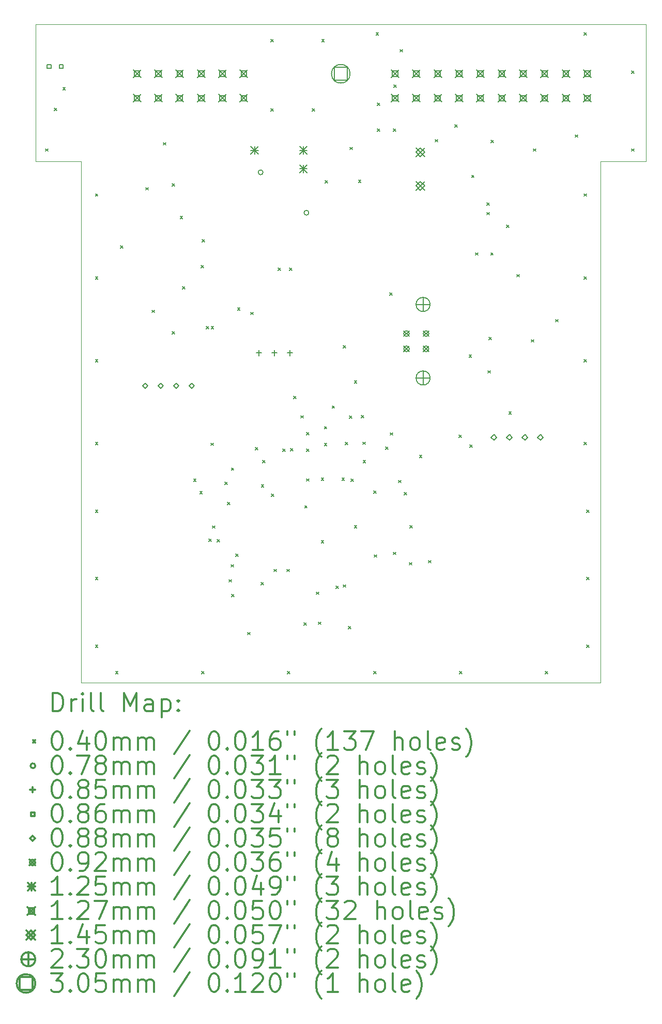
<source format=gbr>
%FSLAX45Y45*%
G04 Gerber Fmt 4.5, Leading zero omitted, Abs format (unit mm)*
G04 Created by KiCad (PCBNEW (5.1.6-0-10_14)) date 2022-02-24 22:08:36*
%MOMM*%
%LPD*%
G01*
G04 APERTURE LIST*
%TA.AperFunction,Profile*%
%ADD10C,0.100000*%
%TD*%
%ADD11C,0.200000*%
%ADD12C,0.300000*%
G04 APERTURE END LIST*
D10*
X5000000Y-4192000D02*
X5745000Y-4192000D01*
X5000000Y-6431000D02*
X5000000Y-4192000D01*
X5745000Y-6431000D02*
X5000000Y-6431000D01*
X15000000Y-4192000D02*
X14255000Y-4192000D01*
X15000000Y-6431000D02*
X15000000Y-4192000D01*
X14255000Y-6431000D02*
X15000000Y-6431000D01*
X14255000Y-14967000D02*
X14255000Y-6431000D01*
X5744972Y-14966950D02*
X14254972Y-14966950D01*
X5745000Y-14967000D02*
X5745000Y-6431000D01*
X5745000Y-4192000D02*
X14255000Y-4192000D01*
D11*
X5161600Y-6228400D02*
X5201600Y-6268400D01*
X5201600Y-6228400D02*
X5161600Y-6268400D01*
X5306380Y-5562920D02*
X5346380Y-5602920D01*
X5346380Y-5562920D02*
X5306380Y-5602920D01*
X5447350Y-5225100D02*
X5487350Y-5265100D01*
X5487350Y-5225100D02*
X5447350Y-5265100D01*
X5980750Y-6965000D02*
X6020750Y-7005000D01*
X6020750Y-6965000D02*
X5980750Y-7005000D01*
X5980750Y-8321783D02*
X6020750Y-8361783D01*
X6020750Y-8321783D02*
X5980750Y-8361783D01*
X5980750Y-9678567D02*
X6020750Y-9718567D01*
X6020750Y-9678567D02*
X5980750Y-9718567D01*
X5980750Y-11035350D02*
X6020750Y-11075350D01*
X6020750Y-11035350D02*
X5980750Y-11075350D01*
X5980750Y-12140250D02*
X6020750Y-12180250D01*
X6020750Y-12140250D02*
X5980750Y-12180250D01*
X5980750Y-13245150D02*
X6020750Y-13285150D01*
X6020750Y-13245150D02*
X5980750Y-13285150D01*
X5980750Y-14350050D02*
X6020750Y-14390050D01*
X6020750Y-14350050D02*
X5980750Y-14390050D01*
X6310950Y-14781850D02*
X6350950Y-14821850D01*
X6350950Y-14781850D02*
X6310950Y-14821850D01*
X6390960Y-7815900D02*
X6430960Y-7855900D01*
X6430960Y-7815900D02*
X6390960Y-7855900D01*
X6806250Y-6863400D02*
X6846250Y-6903400D01*
X6846250Y-6863400D02*
X6806250Y-6903400D01*
X6909120Y-8870000D02*
X6949120Y-8910000D01*
X6949120Y-8870000D02*
X6909120Y-8910000D01*
X7092000Y-6126800D02*
X7132000Y-6166800D01*
X7132000Y-6126800D02*
X7092000Y-6166800D01*
X7239320Y-6797360D02*
X7279320Y-6837360D01*
X7279320Y-6797360D02*
X7239320Y-6837360D01*
X7239320Y-9220520D02*
X7279320Y-9260520D01*
X7279320Y-9220520D02*
X7239320Y-9260520D01*
X7368860Y-7333300D02*
X7408860Y-7373300D01*
X7408860Y-7333300D02*
X7368860Y-7373300D01*
X7406960Y-8481380D02*
X7446960Y-8521380D01*
X7446960Y-8481380D02*
X7406960Y-8521380D01*
X7588570Y-11636060D02*
X7628570Y-11676060D01*
X7628570Y-11636060D02*
X7588570Y-11676060D01*
X7690170Y-11839260D02*
X7730170Y-11879260D01*
X7730170Y-11839260D02*
X7690170Y-11879260D01*
X7714300Y-8138480D02*
X7754300Y-8178480D01*
X7754300Y-8138480D02*
X7714300Y-8178480D01*
X7719380Y-14781850D02*
X7759380Y-14821850D01*
X7759380Y-14781850D02*
X7719380Y-14821850D01*
X7729540Y-7711760D02*
X7769540Y-7751760D01*
X7769540Y-7711760D02*
X7729540Y-7751760D01*
X7793040Y-9136700D02*
X7833040Y-9176700D01*
X7833040Y-9136700D02*
X7793040Y-9176700D01*
X7836220Y-12616500D02*
X7876220Y-12656500D01*
X7876220Y-12616500D02*
X7836220Y-12656500D01*
X7869240Y-11044240D02*
X7909240Y-11084240D01*
X7909240Y-11044240D02*
X7869240Y-11084240D01*
X7876860Y-9136700D02*
X7916860Y-9176700D01*
X7916860Y-9136700D02*
X7876860Y-9176700D01*
X7898450Y-12400600D02*
X7938450Y-12440600D01*
X7938450Y-12400600D02*
X7898450Y-12440600D01*
X7974900Y-12621350D02*
X8014900Y-12661350D01*
X8014900Y-12621350D02*
X7974900Y-12661350D01*
X8100380Y-11684320D02*
X8140380Y-11724320D01*
X8140380Y-11684320D02*
X8100380Y-11724320D01*
X8141020Y-12014520D02*
X8181020Y-12054520D01*
X8181020Y-12014520D02*
X8141020Y-12054520D01*
X8171500Y-13279440D02*
X8211500Y-13319440D01*
X8211500Y-13279440D02*
X8171500Y-13319440D01*
X8201980Y-13035600D02*
X8241980Y-13075600D01*
X8241980Y-13035600D02*
X8201980Y-13075600D01*
X8207060Y-11450640D02*
X8247060Y-11490640D01*
X8247060Y-11450640D02*
X8207060Y-11490640D01*
X8209600Y-13523280D02*
X8249600Y-13563280D01*
X8249600Y-13523280D02*
X8209600Y-13563280D01*
X8280720Y-12860340D02*
X8320720Y-12900340D01*
X8320720Y-12860340D02*
X8280720Y-12900340D01*
X8308660Y-8829360D02*
X8348660Y-8869360D01*
X8348660Y-8829360D02*
X8308660Y-8869360D01*
X8473760Y-14143040D02*
X8513760Y-14183040D01*
X8513760Y-14143040D02*
X8473760Y-14183040D01*
X8522020Y-8903020D02*
X8562020Y-8943020D01*
X8562020Y-8903020D02*
X8522020Y-8943020D01*
X8600760Y-11117900D02*
X8640760Y-11157900D01*
X8640760Y-11117900D02*
X8600760Y-11157900D01*
X8692200Y-13327700D02*
X8732200Y-13367700D01*
X8732200Y-13327700D02*
X8692200Y-13367700D01*
X8698550Y-11727500D02*
X8738550Y-11767500D01*
X8738550Y-11727500D02*
X8698550Y-11767500D01*
X8717600Y-11326180D02*
X8757600Y-11366180D01*
X8757600Y-11326180D02*
X8717600Y-11366180D01*
X8857300Y-4437700D02*
X8897300Y-4477700D01*
X8897300Y-4437700D02*
X8857300Y-4477700D01*
X8857300Y-5574350D02*
X8897300Y-5614350D01*
X8897300Y-5574350D02*
X8857300Y-5614350D01*
X8863650Y-11879900D02*
X8903650Y-11919900D01*
X8903650Y-11879900D02*
X8863650Y-11919900D01*
X8908100Y-13111800D02*
X8948100Y-13151800D01*
X8948100Y-13111800D02*
X8908100Y-13151800D01*
X8974140Y-8176580D02*
X9014140Y-8216580D01*
X9014140Y-8176580D02*
X8974140Y-8216580D01*
X9047800Y-11140760D02*
X9087800Y-11180760D01*
X9087800Y-11140760D02*
X9047800Y-11180760D01*
X9113840Y-13111800D02*
X9153840Y-13151800D01*
X9153840Y-13111800D02*
X9113840Y-13151800D01*
X9127810Y-14781850D02*
X9167810Y-14821850D01*
X9167810Y-14781850D02*
X9127810Y-14821850D01*
X9162100Y-8176580D02*
X9202100Y-8216580D01*
X9202100Y-8176580D02*
X9162100Y-8216580D01*
X9174800Y-11135680D02*
X9214800Y-11175680D01*
X9214800Y-11135680D02*
X9174800Y-11175680D01*
X9228140Y-10279700D02*
X9268140Y-10319700D01*
X9268140Y-10279700D02*
X9228140Y-10319700D01*
X9344980Y-10597200D02*
X9384980Y-10637200D01*
X9384980Y-10597200D02*
X9344980Y-10637200D01*
X9395780Y-13985560D02*
X9435780Y-14025560D01*
X9435780Y-13985560D02*
X9395780Y-14025560D01*
X9408480Y-12070400D02*
X9448480Y-12110400D01*
X9448480Y-12070400D02*
X9408480Y-12110400D01*
X9436420Y-10871520D02*
X9476420Y-10911520D01*
X9476420Y-10871520D02*
X9436420Y-10911520D01*
X9436420Y-11140760D02*
X9476420Y-11180760D01*
X9476420Y-11140760D02*
X9436420Y-11180760D01*
X9441500Y-11628440D02*
X9481500Y-11668440D01*
X9481500Y-11628440D02*
X9441500Y-11668440D01*
X9530400Y-5574350D02*
X9570400Y-5614350D01*
X9570400Y-5574350D02*
X9530400Y-5614350D01*
X9598980Y-13482640D02*
X9638980Y-13522640D01*
X9638980Y-13482640D02*
X9598980Y-13522640D01*
X9632000Y-13975400D02*
X9672000Y-14015400D01*
X9672000Y-13975400D02*
X9632000Y-14015400D01*
X9680150Y-11618000D02*
X9720150Y-11658000D01*
X9720150Y-11618000D02*
X9680150Y-11658000D01*
X9680150Y-12641900D02*
X9720150Y-12681900D01*
X9720150Y-12641900D02*
X9680150Y-12681900D01*
X9689150Y-4437700D02*
X9729150Y-4477700D01*
X9729150Y-4437700D02*
X9689150Y-4477700D01*
X9731060Y-10775000D02*
X9771060Y-10815000D01*
X9771060Y-10775000D02*
X9731060Y-10815000D01*
X9731060Y-11049320D02*
X9771060Y-11089320D01*
X9771060Y-11049320D02*
X9731060Y-11089320D01*
X9746300Y-6749100D02*
X9786300Y-6789100D01*
X9786300Y-6749100D02*
X9746300Y-6789100D01*
X9858060Y-10434640D02*
X9898060Y-10474640D01*
X9898060Y-10434640D02*
X9858060Y-10474640D01*
X9921560Y-13383580D02*
X9961560Y-13423580D01*
X9961560Y-13383580D02*
X9921560Y-13423580D01*
X10018885Y-11616900D02*
X10058885Y-11656900D01*
X10058885Y-11616900D02*
X10018885Y-11656900D01*
X10036822Y-13364838D02*
X10076822Y-13404838D01*
X10076822Y-13364838D02*
X10036822Y-13404838D01*
X10038400Y-9449120D02*
X10078400Y-9489120D01*
X10078400Y-9449120D02*
X10038400Y-9489120D01*
X10071420Y-11034080D02*
X10111420Y-11074080D01*
X10111420Y-11034080D02*
X10071420Y-11074080D01*
X10127300Y-14043980D02*
X10167300Y-14083980D01*
X10167300Y-14043980D02*
X10127300Y-14083980D01*
X10142540Y-10599740D02*
X10182540Y-10639740D01*
X10182540Y-10599740D02*
X10142540Y-10639740D01*
X10152700Y-6203000D02*
X10192700Y-6243000D01*
X10192700Y-6203000D02*
X10152700Y-6243000D01*
X10165551Y-11635020D02*
X10205551Y-11675020D01*
X10205551Y-11635020D02*
X10165551Y-11675020D01*
X10221280Y-10025700D02*
X10261280Y-10065700D01*
X10261280Y-10025700D02*
X10221280Y-10065700D01*
X10222550Y-12395520D02*
X10262550Y-12435520D01*
X10262550Y-12395520D02*
X10222550Y-12435520D01*
X10289860Y-6738940D02*
X10329860Y-6778940D01*
X10329860Y-6738940D02*
X10289860Y-6778940D01*
X10333040Y-10594660D02*
X10373040Y-10634660D01*
X10373040Y-10594660D02*
X10333040Y-10634660D01*
X10360980Y-11029000D02*
X10400980Y-11069000D01*
X10400980Y-11029000D02*
X10360980Y-11069000D01*
X10365550Y-11327450D02*
X10405550Y-11367450D01*
X10405550Y-11327450D02*
X10365550Y-11367450D01*
X10536240Y-14781850D02*
X10576240Y-14821850D01*
X10576240Y-14781850D02*
X10536240Y-14821850D01*
X10540050Y-11829100D02*
X10580050Y-11869100D01*
X10580050Y-11829100D02*
X10540050Y-11869100D01*
X10548940Y-12873040D02*
X10588940Y-12913040D01*
X10588940Y-12873040D02*
X10548940Y-12913040D01*
X10578150Y-4329750D02*
X10618150Y-4369750D01*
X10618150Y-4329750D02*
X10578150Y-4369750D01*
X10597200Y-5479100D02*
X10637200Y-5519100D01*
X10637200Y-5479100D02*
X10597200Y-5519100D01*
X10597200Y-5904550D02*
X10637200Y-5944550D01*
X10637200Y-5904550D02*
X10597200Y-5944550D01*
X10736900Y-11110280D02*
X10776900Y-11150280D01*
X10776900Y-11110280D02*
X10736900Y-11150280D01*
X10800400Y-8588060D02*
X10840400Y-8628060D01*
X10840400Y-8588060D02*
X10800400Y-8628060D01*
X10810560Y-10876600D02*
X10850560Y-10916600D01*
X10850560Y-10876600D02*
X10810560Y-10916600D01*
X10861360Y-12832400D02*
X10901360Y-12872400D01*
X10901360Y-12832400D02*
X10861360Y-12872400D01*
X10863900Y-5904550D02*
X10903900Y-5944550D01*
X10903900Y-5904550D02*
X10863900Y-5944550D01*
X10870250Y-5180650D02*
X10910250Y-5220650D01*
X10910250Y-5180650D02*
X10870250Y-5220650D01*
X10947720Y-11653840D02*
X10987720Y-11693840D01*
X10987720Y-11653840D02*
X10947720Y-11693840D01*
X10971850Y-4602800D02*
X11011850Y-4642800D01*
X11011850Y-4602800D02*
X10971850Y-4642800D01*
X11041700Y-11854500D02*
X11081700Y-11894500D01*
X11081700Y-11854500D02*
X11041700Y-11894500D01*
X11125520Y-13000040D02*
X11165520Y-13040040D01*
X11165520Y-13000040D02*
X11125520Y-13040040D01*
X11130600Y-12395520D02*
X11170600Y-12435520D01*
X11170600Y-12395520D02*
X11130600Y-12435520D01*
X11288080Y-11242360D02*
X11328080Y-11282360D01*
X11328080Y-11242360D02*
X11288080Y-11282360D01*
X11435400Y-12967020D02*
X11475400Y-13007020D01*
X11475400Y-12967020D02*
X11435400Y-13007020D01*
X11549700Y-6076000D02*
X11589700Y-6116000D01*
X11589700Y-6076000D02*
X11549700Y-6116000D01*
X11867200Y-5834700D02*
X11907200Y-5874700D01*
X11907200Y-5834700D02*
X11867200Y-5874700D01*
X11933240Y-10912160D02*
X11973240Y-10952160D01*
X11973240Y-10912160D02*
X11933240Y-10952160D01*
X11944670Y-14781850D02*
X11984670Y-14821850D01*
X11984670Y-14781850D02*
X11944670Y-14821850D01*
X12102150Y-9600250D02*
X12142150Y-9640250D01*
X12142150Y-9600250D02*
X12102150Y-9640250D01*
X12113580Y-11077260D02*
X12153580Y-11117260D01*
X12153580Y-11077260D02*
X12113580Y-11117260D01*
X12144060Y-6660200D02*
X12184060Y-6700200D01*
X12184060Y-6660200D02*
X12144060Y-6700200D01*
X12207560Y-7930200D02*
X12247560Y-7970200D01*
X12247560Y-7930200D02*
X12207560Y-7970200D01*
X12395520Y-7114860D02*
X12435520Y-7154860D01*
X12435520Y-7114860D02*
X12395520Y-7154860D01*
X12395520Y-7269800D02*
X12435520Y-7309800D01*
X12435520Y-7269800D02*
X12395520Y-7309800D01*
X12410760Y-9860600D02*
X12450760Y-9900600D01*
X12450760Y-9860600D02*
X12410760Y-9900600D01*
X12428540Y-9314500D02*
X12468540Y-9354500D01*
X12468540Y-9314500D02*
X12428540Y-9354500D01*
X12457750Y-7930200D02*
X12497750Y-7970200D01*
X12497750Y-7930200D02*
X12457750Y-7970200D01*
X12464100Y-6088700D02*
X12504100Y-6128700D01*
X12504100Y-6088700D02*
X12464100Y-6128700D01*
X12718100Y-7479350D02*
X12758100Y-7519350D01*
X12758100Y-7479350D02*
X12718100Y-7519350D01*
X12752390Y-10532430D02*
X12792390Y-10572430D01*
X12792390Y-10532430D02*
X12752390Y-10572430D01*
X12883200Y-8285800D02*
X12923200Y-8325800D01*
X12923200Y-8285800D02*
X12883200Y-8325800D01*
X13124500Y-9352600D02*
X13164500Y-9392600D01*
X13164500Y-9352600D02*
X13124500Y-9392600D01*
X13156250Y-6228400D02*
X13196250Y-6268400D01*
X13196250Y-6228400D02*
X13156250Y-6268400D01*
X13353100Y-14781850D02*
X13393100Y-14821850D01*
X13393100Y-14781850D02*
X13353100Y-14821850D01*
X13518200Y-9022400D02*
X13558200Y-9062400D01*
X13558200Y-9022400D02*
X13518200Y-9062400D01*
X13843320Y-5999085D02*
X13883320Y-6039085D01*
X13883320Y-5999085D02*
X13843320Y-6039085D01*
X13988100Y-4329750D02*
X14028100Y-4369750D01*
X14028100Y-4329750D02*
X13988100Y-4369750D01*
X13988100Y-6965000D02*
X14028100Y-7005000D01*
X14028100Y-6965000D02*
X13988100Y-7005000D01*
X13988100Y-8321783D02*
X14028100Y-8361783D01*
X14028100Y-8321783D02*
X13988100Y-8361783D01*
X13988100Y-9678567D02*
X14028100Y-9718567D01*
X14028100Y-9678567D02*
X13988100Y-9718567D01*
X13988100Y-11035350D02*
X14028100Y-11075350D01*
X14028100Y-11035350D02*
X13988100Y-11075350D01*
X14026200Y-12140250D02*
X14066200Y-12180250D01*
X14066200Y-12140250D02*
X14026200Y-12180250D01*
X14026200Y-13245150D02*
X14066200Y-13285150D01*
X14066200Y-13245150D02*
X14026200Y-13285150D01*
X14026200Y-14350050D02*
X14066200Y-14390050D01*
X14066200Y-14350050D02*
X14026200Y-14390050D01*
X14762800Y-4952050D02*
X14802800Y-4992050D01*
X14802800Y-4952050D02*
X14762800Y-4992050D01*
X14762800Y-6228400D02*
X14802800Y-6268400D01*
X14802800Y-6228400D02*
X14762800Y-6268400D01*
X8725690Y-6614160D02*
G75*
G03*
X8725690Y-6614160I-38890J0D01*
G01*
X9475690Y-7274160D02*
G75*
G03*
X9475690Y-7274160I-38890J0D01*
G01*
X8656320Y-9528220D02*
X8656320Y-9613220D01*
X8613820Y-9570720D02*
X8698820Y-9570720D01*
X8910320Y-9528220D02*
X8910320Y-9613220D01*
X8867820Y-9570720D02*
X8952820Y-9570720D01*
X9164320Y-9528220D02*
X9164320Y-9613220D01*
X9121820Y-9570720D02*
X9206820Y-9570720D01*
X5251706Y-4911406D02*
X5251706Y-4850594D01*
X5190894Y-4850594D01*
X5190894Y-4911406D01*
X5251706Y-4911406D01*
X5451706Y-4911406D02*
X5451706Y-4850594D01*
X5390894Y-4850594D01*
X5390894Y-4911406D01*
X5451706Y-4911406D01*
X6794500Y-10153200D02*
X6838500Y-10109200D01*
X6794500Y-10065200D01*
X6750500Y-10109200D01*
X6794500Y-10153200D01*
X7048500Y-10153200D02*
X7092500Y-10109200D01*
X7048500Y-10065200D01*
X7004500Y-10109200D01*
X7048500Y-10153200D01*
X7302500Y-10153200D02*
X7346500Y-10109200D01*
X7302500Y-10065200D01*
X7258500Y-10109200D01*
X7302500Y-10153200D01*
X7556500Y-10153200D02*
X7600500Y-10109200D01*
X7556500Y-10065200D01*
X7512500Y-10109200D01*
X7556500Y-10153200D01*
X12506960Y-10996480D02*
X12550960Y-10952480D01*
X12506960Y-10908480D01*
X12462960Y-10952480D01*
X12506960Y-10996480D01*
X12760960Y-10996480D02*
X12804960Y-10952480D01*
X12760960Y-10908480D01*
X12716960Y-10952480D01*
X12760960Y-10996480D01*
X13014960Y-10996480D02*
X13058960Y-10952480D01*
X13014960Y-10908480D01*
X12970960Y-10952480D01*
X13014960Y-10996480D01*
X13268960Y-10996480D02*
X13312960Y-10952480D01*
X13268960Y-10908480D01*
X13224960Y-10952480D01*
X13268960Y-10996480D01*
X11030940Y-9207220D02*
X11122940Y-9299220D01*
X11122940Y-9207220D02*
X11030940Y-9299220D01*
X11122940Y-9253220D02*
G75*
G03*
X11122940Y-9253220I-46000J0D01*
G01*
X11030940Y-9457220D02*
X11122940Y-9549220D01*
X11122940Y-9457220D02*
X11030940Y-9549220D01*
X11122940Y-9503220D02*
G75*
G03*
X11122940Y-9503220I-46000J0D01*
G01*
X11350940Y-9207220D02*
X11442940Y-9299220D01*
X11442940Y-9207220D02*
X11350940Y-9299220D01*
X11442940Y-9253220D02*
G75*
G03*
X11442940Y-9253220I-46000J0D01*
G01*
X11350940Y-9457220D02*
X11442940Y-9549220D01*
X11442940Y-9457220D02*
X11350940Y-9549220D01*
X11442940Y-9503220D02*
G75*
G03*
X11442940Y-9503220I-46000J0D01*
G01*
X8524300Y-6191660D02*
X8649300Y-6316660D01*
X8649300Y-6191660D02*
X8524300Y-6316660D01*
X8586800Y-6191660D02*
X8586800Y-6316660D01*
X8524300Y-6254160D02*
X8649300Y-6254160D01*
X9324300Y-6191660D02*
X9449300Y-6316660D01*
X9449300Y-6191660D02*
X9324300Y-6316660D01*
X9386800Y-6191660D02*
X9386800Y-6316660D01*
X9324300Y-6254160D02*
X9449300Y-6254160D01*
X9324300Y-6491660D02*
X9449300Y-6616660D01*
X9449300Y-6491660D02*
X9324300Y-6616660D01*
X9386800Y-6491660D02*
X9386800Y-6616660D01*
X9324300Y-6554160D02*
X9449300Y-6554160D01*
X6598500Y-4936500D02*
X6725500Y-5063500D01*
X6725500Y-4936500D02*
X6598500Y-5063500D01*
X6706902Y-5044902D02*
X6706902Y-4955098D01*
X6617098Y-4955098D01*
X6617098Y-5044902D01*
X6706902Y-5044902D01*
X6598500Y-5336500D02*
X6725500Y-5463500D01*
X6725500Y-5336500D02*
X6598500Y-5463500D01*
X6706902Y-5444902D02*
X6706902Y-5355098D01*
X6617098Y-5355098D01*
X6617098Y-5444902D01*
X6706902Y-5444902D01*
X6948500Y-4936500D02*
X7075500Y-5063500D01*
X7075500Y-4936500D02*
X6948500Y-5063500D01*
X7056902Y-5044902D02*
X7056902Y-4955098D01*
X6967098Y-4955098D01*
X6967098Y-5044902D01*
X7056902Y-5044902D01*
X6948500Y-5336500D02*
X7075500Y-5463500D01*
X7075500Y-5336500D02*
X6948500Y-5463500D01*
X7056902Y-5444902D02*
X7056902Y-5355098D01*
X6967098Y-5355098D01*
X6967098Y-5444902D01*
X7056902Y-5444902D01*
X7298500Y-4936500D02*
X7425500Y-5063500D01*
X7425500Y-4936500D02*
X7298500Y-5063500D01*
X7406902Y-5044902D02*
X7406902Y-4955098D01*
X7317098Y-4955098D01*
X7317098Y-5044902D01*
X7406902Y-5044902D01*
X7298500Y-5336500D02*
X7425500Y-5463500D01*
X7425500Y-5336500D02*
X7298500Y-5463500D01*
X7406902Y-5444902D02*
X7406902Y-5355098D01*
X7317098Y-5355098D01*
X7317098Y-5444902D01*
X7406902Y-5444902D01*
X7648500Y-4936500D02*
X7775500Y-5063500D01*
X7775500Y-4936500D02*
X7648500Y-5063500D01*
X7756902Y-5044902D02*
X7756902Y-4955098D01*
X7667098Y-4955098D01*
X7667098Y-5044902D01*
X7756902Y-5044902D01*
X7648500Y-5336500D02*
X7775500Y-5463500D01*
X7775500Y-5336500D02*
X7648500Y-5463500D01*
X7756902Y-5444902D02*
X7756902Y-5355098D01*
X7667098Y-5355098D01*
X7667098Y-5444902D01*
X7756902Y-5444902D01*
X7998500Y-4936500D02*
X8125500Y-5063500D01*
X8125500Y-4936500D02*
X7998500Y-5063500D01*
X8106902Y-5044902D02*
X8106902Y-4955098D01*
X8017098Y-4955098D01*
X8017098Y-5044902D01*
X8106902Y-5044902D01*
X7998500Y-5336500D02*
X8125500Y-5463500D01*
X8125500Y-5336500D02*
X7998500Y-5463500D01*
X8106902Y-5444902D02*
X8106902Y-5355098D01*
X8017098Y-5355098D01*
X8017098Y-5444902D01*
X8106902Y-5444902D01*
X8348500Y-4936500D02*
X8475500Y-5063500D01*
X8475500Y-4936500D02*
X8348500Y-5063500D01*
X8456902Y-5044902D02*
X8456902Y-4955098D01*
X8367098Y-4955098D01*
X8367098Y-5044902D01*
X8456902Y-5044902D01*
X8348500Y-5336500D02*
X8475500Y-5463500D01*
X8475500Y-5336500D02*
X8348500Y-5463500D01*
X8456902Y-5444902D02*
X8456902Y-5355098D01*
X8367098Y-5355098D01*
X8367098Y-5444902D01*
X8456902Y-5444902D01*
X10825500Y-4936500D02*
X10952500Y-5063500D01*
X10952500Y-4936500D02*
X10825500Y-5063500D01*
X10933902Y-5044902D02*
X10933902Y-4955098D01*
X10844098Y-4955098D01*
X10844098Y-5044902D01*
X10933902Y-5044902D01*
X10825500Y-5336500D02*
X10952500Y-5463500D01*
X10952500Y-5336500D02*
X10825500Y-5463500D01*
X10933902Y-5444902D02*
X10933902Y-5355098D01*
X10844098Y-5355098D01*
X10844098Y-5444902D01*
X10933902Y-5444902D01*
X11175500Y-4936500D02*
X11302500Y-5063500D01*
X11302500Y-4936500D02*
X11175500Y-5063500D01*
X11283902Y-5044902D02*
X11283902Y-4955098D01*
X11194098Y-4955098D01*
X11194098Y-5044902D01*
X11283902Y-5044902D01*
X11175500Y-5336500D02*
X11302500Y-5463500D01*
X11302500Y-5336500D02*
X11175500Y-5463500D01*
X11283902Y-5444902D02*
X11283902Y-5355098D01*
X11194098Y-5355098D01*
X11194098Y-5444902D01*
X11283902Y-5444902D01*
X11525500Y-4936500D02*
X11652500Y-5063500D01*
X11652500Y-4936500D02*
X11525500Y-5063500D01*
X11633902Y-5044902D02*
X11633902Y-4955098D01*
X11544098Y-4955098D01*
X11544098Y-5044902D01*
X11633902Y-5044902D01*
X11525500Y-5336500D02*
X11652500Y-5463500D01*
X11652500Y-5336500D02*
X11525500Y-5463500D01*
X11633902Y-5444902D02*
X11633902Y-5355098D01*
X11544098Y-5355098D01*
X11544098Y-5444902D01*
X11633902Y-5444902D01*
X11875500Y-4936500D02*
X12002500Y-5063500D01*
X12002500Y-4936500D02*
X11875500Y-5063500D01*
X11983902Y-5044902D02*
X11983902Y-4955098D01*
X11894098Y-4955098D01*
X11894098Y-5044902D01*
X11983902Y-5044902D01*
X11875500Y-5336500D02*
X12002500Y-5463500D01*
X12002500Y-5336500D02*
X11875500Y-5463500D01*
X11983902Y-5444902D02*
X11983902Y-5355098D01*
X11894098Y-5355098D01*
X11894098Y-5444902D01*
X11983902Y-5444902D01*
X12225500Y-4936500D02*
X12352500Y-5063500D01*
X12352500Y-4936500D02*
X12225500Y-5063500D01*
X12333902Y-5044902D02*
X12333902Y-4955098D01*
X12244098Y-4955098D01*
X12244098Y-5044902D01*
X12333902Y-5044902D01*
X12225500Y-5336500D02*
X12352500Y-5463500D01*
X12352500Y-5336500D02*
X12225500Y-5463500D01*
X12333902Y-5444902D02*
X12333902Y-5355098D01*
X12244098Y-5355098D01*
X12244098Y-5444902D01*
X12333902Y-5444902D01*
X12575500Y-4936500D02*
X12702500Y-5063500D01*
X12702500Y-4936500D02*
X12575500Y-5063500D01*
X12683902Y-5044902D02*
X12683902Y-4955098D01*
X12594098Y-4955098D01*
X12594098Y-5044902D01*
X12683902Y-5044902D01*
X12575500Y-5336500D02*
X12702500Y-5463500D01*
X12702500Y-5336500D02*
X12575500Y-5463500D01*
X12683902Y-5444902D02*
X12683902Y-5355098D01*
X12594098Y-5355098D01*
X12594098Y-5444902D01*
X12683902Y-5444902D01*
X12925500Y-4936500D02*
X13052500Y-5063500D01*
X13052500Y-4936500D02*
X12925500Y-5063500D01*
X13033902Y-5044902D02*
X13033902Y-4955098D01*
X12944098Y-4955098D01*
X12944098Y-5044902D01*
X13033902Y-5044902D01*
X12925500Y-5336500D02*
X13052500Y-5463500D01*
X13052500Y-5336500D02*
X12925500Y-5463500D01*
X13033902Y-5444902D02*
X13033902Y-5355098D01*
X12944098Y-5355098D01*
X12944098Y-5444902D01*
X13033902Y-5444902D01*
X13275500Y-4936500D02*
X13402500Y-5063500D01*
X13402500Y-4936500D02*
X13275500Y-5063500D01*
X13383902Y-5044902D02*
X13383902Y-4955098D01*
X13294098Y-4955098D01*
X13294098Y-5044902D01*
X13383902Y-5044902D01*
X13275500Y-5336500D02*
X13402500Y-5463500D01*
X13402500Y-5336500D02*
X13275500Y-5463500D01*
X13383902Y-5444902D02*
X13383902Y-5355098D01*
X13294098Y-5355098D01*
X13294098Y-5444902D01*
X13383902Y-5444902D01*
X13625500Y-4936500D02*
X13752500Y-5063500D01*
X13752500Y-4936500D02*
X13625500Y-5063500D01*
X13733902Y-5044902D02*
X13733902Y-4955098D01*
X13644098Y-4955098D01*
X13644098Y-5044902D01*
X13733902Y-5044902D01*
X13625500Y-5336500D02*
X13752500Y-5463500D01*
X13752500Y-5336500D02*
X13625500Y-5463500D01*
X13733902Y-5444902D02*
X13733902Y-5355098D01*
X13644098Y-5355098D01*
X13644098Y-5444902D01*
X13733902Y-5444902D01*
X13975500Y-4936500D02*
X14102500Y-5063500D01*
X14102500Y-4936500D02*
X13975500Y-5063500D01*
X14083902Y-5044902D02*
X14083902Y-4955098D01*
X13994098Y-4955098D01*
X13994098Y-5044902D01*
X14083902Y-5044902D01*
X13975500Y-5336500D02*
X14102500Y-5463500D01*
X14102500Y-5336500D02*
X13975500Y-5463500D01*
X14083902Y-5444902D02*
X14083902Y-5355098D01*
X13994098Y-5355098D01*
X13994098Y-5444902D01*
X14083902Y-5444902D01*
X11230500Y-6211460D02*
X11375500Y-6356460D01*
X11375500Y-6211460D02*
X11230500Y-6356460D01*
X11303000Y-6356460D02*
X11375500Y-6283960D01*
X11303000Y-6211460D01*
X11230500Y-6283960D01*
X11303000Y-6356460D01*
X11230500Y-6761460D02*
X11375500Y-6906460D01*
X11375500Y-6761460D02*
X11230500Y-6906460D01*
X11303000Y-6906460D02*
X11375500Y-6833960D01*
X11303000Y-6761460D01*
X11230500Y-6833960D01*
X11303000Y-6906460D01*
X11347940Y-8661220D02*
X11347940Y-8891220D01*
X11232940Y-8776220D02*
X11462940Y-8776220D01*
X11462940Y-8776220D02*
G75*
G03*
X11462940Y-8776220I-115000J0D01*
G01*
X11347940Y-9865220D02*
X11347940Y-10095220D01*
X11232940Y-9980220D02*
X11462940Y-9980220D01*
X11462940Y-9980220D02*
G75*
G03*
X11462940Y-9980220I-115000J0D01*
G01*
X10107835Y-5107835D02*
X10107835Y-4892165D01*
X9892165Y-4892165D01*
X9892165Y-5107835D01*
X10107835Y-5107835D01*
X10152500Y-5000000D02*
G75*
G03*
X10152500Y-5000000I-152500J0D01*
G01*
D12*
X5281428Y-15437714D02*
X5281428Y-15137714D01*
X5352857Y-15137714D01*
X5395714Y-15152000D01*
X5424286Y-15180571D01*
X5438571Y-15209143D01*
X5452857Y-15266286D01*
X5452857Y-15309143D01*
X5438571Y-15366286D01*
X5424286Y-15394857D01*
X5395714Y-15423429D01*
X5352857Y-15437714D01*
X5281428Y-15437714D01*
X5581428Y-15437714D02*
X5581428Y-15237714D01*
X5581428Y-15294857D02*
X5595714Y-15266286D01*
X5610000Y-15252000D01*
X5638571Y-15237714D01*
X5667143Y-15237714D01*
X5767143Y-15437714D02*
X5767143Y-15237714D01*
X5767143Y-15137714D02*
X5752857Y-15152000D01*
X5767143Y-15166286D01*
X5781428Y-15152000D01*
X5767143Y-15137714D01*
X5767143Y-15166286D01*
X5952857Y-15437714D02*
X5924286Y-15423429D01*
X5910000Y-15394857D01*
X5910000Y-15137714D01*
X6110000Y-15437714D02*
X6081428Y-15423429D01*
X6067143Y-15394857D01*
X6067143Y-15137714D01*
X6452857Y-15437714D02*
X6452857Y-15137714D01*
X6552857Y-15352000D01*
X6652857Y-15137714D01*
X6652857Y-15437714D01*
X6924286Y-15437714D02*
X6924286Y-15280571D01*
X6910000Y-15252000D01*
X6881428Y-15237714D01*
X6824286Y-15237714D01*
X6795714Y-15252000D01*
X6924286Y-15423429D02*
X6895714Y-15437714D01*
X6824286Y-15437714D01*
X6795714Y-15423429D01*
X6781428Y-15394857D01*
X6781428Y-15366286D01*
X6795714Y-15337714D01*
X6824286Y-15323429D01*
X6895714Y-15323429D01*
X6924286Y-15309143D01*
X7067143Y-15237714D02*
X7067143Y-15537714D01*
X7067143Y-15252000D02*
X7095714Y-15237714D01*
X7152857Y-15237714D01*
X7181428Y-15252000D01*
X7195714Y-15266286D01*
X7210000Y-15294857D01*
X7210000Y-15380571D01*
X7195714Y-15409143D01*
X7181428Y-15423429D01*
X7152857Y-15437714D01*
X7095714Y-15437714D01*
X7067143Y-15423429D01*
X7338571Y-15409143D02*
X7352857Y-15423429D01*
X7338571Y-15437714D01*
X7324286Y-15423429D01*
X7338571Y-15409143D01*
X7338571Y-15437714D01*
X7338571Y-15252000D02*
X7352857Y-15266286D01*
X7338571Y-15280571D01*
X7324286Y-15266286D01*
X7338571Y-15252000D01*
X7338571Y-15280571D01*
X4955000Y-15912000D02*
X4995000Y-15952000D01*
X4995000Y-15912000D02*
X4955000Y-15952000D01*
X5338571Y-15767714D02*
X5367143Y-15767714D01*
X5395714Y-15782000D01*
X5410000Y-15796286D01*
X5424286Y-15824857D01*
X5438571Y-15882000D01*
X5438571Y-15953429D01*
X5424286Y-16010571D01*
X5410000Y-16039143D01*
X5395714Y-16053429D01*
X5367143Y-16067714D01*
X5338571Y-16067714D01*
X5310000Y-16053429D01*
X5295714Y-16039143D01*
X5281428Y-16010571D01*
X5267143Y-15953429D01*
X5267143Y-15882000D01*
X5281428Y-15824857D01*
X5295714Y-15796286D01*
X5310000Y-15782000D01*
X5338571Y-15767714D01*
X5567143Y-16039143D02*
X5581428Y-16053429D01*
X5567143Y-16067714D01*
X5552857Y-16053429D01*
X5567143Y-16039143D01*
X5567143Y-16067714D01*
X5838571Y-15867714D02*
X5838571Y-16067714D01*
X5767143Y-15753429D02*
X5695714Y-15967714D01*
X5881428Y-15967714D01*
X6052857Y-15767714D02*
X6081428Y-15767714D01*
X6110000Y-15782000D01*
X6124286Y-15796286D01*
X6138571Y-15824857D01*
X6152857Y-15882000D01*
X6152857Y-15953429D01*
X6138571Y-16010571D01*
X6124286Y-16039143D01*
X6110000Y-16053429D01*
X6081428Y-16067714D01*
X6052857Y-16067714D01*
X6024286Y-16053429D01*
X6010000Y-16039143D01*
X5995714Y-16010571D01*
X5981428Y-15953429D01*
X5981428Y-15882000D01*
X5995714Y-15824857D01*
X6010000Y-15796286D01*
X6024286Y-15782000D01*
X6052857Y-15767714D01*
X6281428Y-16067714D02*
X6281428Y-15867714D01*
X6281428Y-15896286D02*
X6295714Y-15882000D01*
X6324286Y-15867714D01*
X6367143Y-15867714D01*
X6395714Y-15882000D01*
X6410000Y-15910571D01*
X6410000Y-16067714D01*
X6410000Y-15910571D02*
X6424286Y-15882000D01*
X6452857Y-15867714D01*
X6495714Y-15867714D01*
X6524286Y-15882000D01*
X6538571Y-15910571D01*
X6538571Y-16067714D01*
X6681428Y-16067714D02*
X6681428Y-15867714D01*
X6681428Y-15896286D02*
X6695714Y-15882000D01*
X6724286Y-15867714D01*
X6767143Y-15867714D01*
X6795714Y-15882000D01*
X6810000Y-15910571D01*
X6810000Y-16067714D01*
X6810000Y-15910571D02*
X6824286Y-15882000D01*
X6852857Y-15867714D01*
X6895714Y-15867714D01*
X6924286Y-15882000D01*
X6938571Y-15910571D01*
X6938571Y-16067714D01*
X7524286Y-15753429D02*
X7267143Y-16139143D01*
X7910000Y-15767714D02*
X7938571Y-15767714D01*
X7967143Y-15782000D01*
X7981428Y-15796286D01*
X7995714Y-15824857D01*
X8010000Y-15882000D01*
X8010000Y-15953429D01*
X7995714Y-16010571D01*
X7981428Y-16039143D01*
X7967143Y-16053429D01*
X7938571Y-16067714D01*
X7910000Y-16067714D01*
X7881428Y-16053429D01*
X7867143Y-16039143D01*
X7852857Y-16010571D01*
X7838571Y-15953429D01*
X7838571Y-15882000D01*
X7852857Y-15824857D01*
X7867143Y-15796286D01*
X7881428Y-15782000D01*
X7910000Y-15767714D01*
X8138571Y-16039143D02*
X8152857Y-16053429D01*
X8138571Y-16067714D01*
X8124286Y-16053429D01*
X8138571Y-16039143D01*
X8138571Y-16067714D01*
X8338571Y-15767714D02*
X8367143Y-15767714D01*
X8395714Y-15782000D01*
X8410000Y-15796286D01*
X8424286Y-15824857D01*
X8438571Y-15882000D01*
X8438571Y-15953429D01*
X8424286Y-16010571D01*
X8410000Y-16039143D01*
X8395714Y-16053429D01*
X8367143Y-16067714D01*
X8338571Y-16067714D01*
X8310000Y-16053429D01*
X8295714Y-16039143D01*
X8281428Y-16010571D01*
X8267143Y-15953429D01*
X8267143Y-15882000D01*
X8281428Y-15824857D01*
X8295714Y-15796286D01*
X8310000Y-15782000D01*
X8338571Y-15767714D01*
X8724286Y-16067714D02*
X8552857Y-16067714D01*
X8638571Y-16067714D02*
X8638571Y-15767714D01*
X8610000Y-15810571D01*
X8581428Y-15839143D01*
X8552857Y-15853429D01*
X8981428Y-15767714D02*
X8924286Y-15767714D01*
X8895714Y-15782000D01*
X8881428Y-15796286D01*
X8852857Y-15839143D01*
X8838571Y-15896286D01*
X8838571Y-16010571D01*
X8852857Y-16039143D01*
X8867143Y-16053429D01*
X8895714Y-16067714D01*
X8952857Y-16067714D01*
X8981428Y-16053429D01*
X8995714Y-16039143D01*
X9010000Y-16010571D01*
X9010000Y-15939143D01*
X8995714Y-15910571D01*
X8981428Y-15896286D01*
X8952857Y-15882000D01*
X8895714Y-15882000D01*
X8867143Y-15896286D01*
X8852857Y-15910571D01*
X8838571Y-15939143D01*
X9124286Y-15767714D02*
X9124286Y-15824857D01*
X9238571Y-15767714D02*
X9238571Y-15824857D01*
X9681428Y-16182000D02*
X9667143Y-16167714D01*
X9638571Y-16124857D01*
X9624286Y-16096286D01*
X9610000Y-16053429D01*
X9595714Y-15982000D01*
X9595714Y-15924857D01*
X9610000Y-15853429D01*
X9624286Y-15810571D01*
X9638571Y-15782000D01*
X9667143Y-15739143D01*
X9681428Y-15724857D01*
X9952857Y-16067714D02*
X9781428Y-16067714D01*
X9867143Y-16067714D02*
X9867143Y-15767714D01*
X9838571Y-15810571D01*
X9810000Y-15839143D01*
X9781428Y-15853429D01*
X10052857Y-15767714D02*
X10238571Y-15767714D01*
X10138571Y-15882000D01*
X10181428Y-15882000D01*
X10210000Y-15896286D01*
X10224286Y-15910571D01*
X10238571Y-15939143D01*
X10238571Y-16010571D01*
X10224286Y-16039143D01*
X10210000Y-16053429D01*
X10181428Y-16067714D01*
X10095714Y-16067714D01*
X10067143Y-16053429D01*
X10052857Y-16039143D01*
X10338571Y-15767714D02*
X10538571Y-15767714D01*
X10410000Y-16067714D01*
X10881428Y-16067714D02*
X10881428Y-15767714D01*
X11010000Y-16067714D02*
X11010000Y-15910571D01*
X10995714Y-15882000D01*
X10967143Y-15867714D01*
X10924286Y-15867714D01*
X10895714Y-15882000D01*
X10881428Y-15896286D01*
X11195714Y-16067714D02*
X11167143Y-16053429D01*
X11152857Y-16039143D01*
X11138571Y-16010571D01*
X11138571Y-15924857D01*
X11152857Y-15896286D01*
X11167143Y-15882000D01*
X11195714Y-15867714D01*
X11238571Y-15867714D01*
X11267143Y-15882000D01*
X11281428Y-15896286D01*
X11295714Y-15924857D01*
X11295714Y-16010571D01*
X11281428Y-16039143D01*
X11267143Y-16053429D01*
X11238571Y-16067714D01*
X11195714Y-16067714D01*
X11467143Y-16067714D02*
X11438571Y-16053429D01*
X11424286Y-16024857D01*
X11424286Y-15767714D01*
X11695714Y-16053429D02*
X11667143Y-16067714D01*
X11610000Y-16067714D01*
X11581428Y-16053429D01*
X11567143Y-16024857D01*
X11567143Y-15910571D01*
X11581428Y-15882000D01*
X11610000Y-15867714D01*
X11667143Y-15867714D01*
X11695714Y-15882000D01*
X11710000Y-15910571D01*
X11710000Y-15939143D01*
X11567143Y-15967714D01*
X11824286Y-16053429D02*
X11852857Y-16067714D01*
X11910000Y-16067714D01*
X11938571Y-16053429D01*
X11952857Y-16024857D01*
X11952857Y-16010571D01*
X11938571Y-15982000D01*
X11910000Y-15967714D01*
X11867143Y-15967714D01*
X11838571Y-15953429D01*
X11824286Y-15924857D01*
X11824286Y-15910571D01*
X11838571Y-15882000D01*
X11867143Y-15867714D01*
X11910000Y-15867714D01*
X11938571Y-15882000D01*
X12052857Y-16182000D02*
X12067143Y-16167714D01*
X12095714Y-16124857D01*
X12110000Y-16096286D01*
X12124286Y-16053429D01*
X12138571Y-15982000D01*
X12138571Y-15924857D01*
X12124286Y-15853429D01*
X12110000Y-15810571D01*
X12095714Y-15782000D01*
X12067143Y-15739143D01*
X12052857Y-15724857D01*
X4995000Y-16328000D02*
G75*
G03*
X4995000Y-16328000I-38890J0D01*
G01*
X5338571Y-16163714D02*
X5367143Y-16163714D01*
X5395714Y-16178000D01*
X5410000Y-16192286D01*
X5424286Y-16220857D01*
X5438571Y-16278000D01*
X5438571Y-16349429D01*
X5424286Y-16406571D01*
X5410000Y-16435143D01*
X5395714Y-16449429D01*
X5367143Y-16463714D01*
X5338571Y-16463714D01*
X5310000Y-16449429D01*
X5295714Y-16435143D01*
X5281428Y-16406571D01*
X5267143Y-16349429D01*
X5267143Y-16278000D01*
X5281428Y-16220857D01*
X5295714Y-16192286D01*
X5310000Y-16178000D01*
X5338571Y-16163714D01*
X5567143Y-16435143D02*
X5581428Y-16449429D01*
X5567143Y-16463714D01*
X5552857Y-16449429D01*
X5567143Y-16435143D01*
X5567143Y-16463714D01*
X5681428Y-16163714D02*
X5881428Y-16163714D01*
X5752857Y-16463714D01*
X6038571Y-16292286D02*
X6010000Y-16278000D01*
X5995714Y-16263714D01*
X5981428Y-16235143D01*
X5981428Y-16220857D01*
X5995714Y-16192286D01*
X6010000Y-16178000D01*
X6038571Y-16163714D01*
X6095714Y-16163714D01*
X6124286Y-16178000D01*
X6138571Y-16192286D01*
X6152857Y-16220857D01*
X6152857Y-16235143D01*
X6138571Y-16263714D01*
X6124286Y-16278000D01*
X6095714Y-16292286D01*
X6038571Y-16292286D01*
X6010000Y-16306571D01*
X5995714Y-16320857D01*
X5981428Y-16349429D01*
X5981428Y-16406571D01*
X5995714Y-16435143D01*
X6010000Y-16449429D01*
X6038571Y-16463714D01*
X6095714Y-16463714D01*
X6124286Y-16449429D01*
X6138571Y-16435143D01*
X6152857Y-16406571D01*
X6152857Y-16349429D01*
X6138571Y-16320857D01*
X6124286Y-16306571D01*
X6095714Y-16292286D01*
X6281428Y-16463714D02*
X6281428Y-16263714D01*
X6281428Y-16292286D02*
X6295714Y-16278000D01*
X6324286Y-16263714D01*
X6367143Y-16263714D01*
X6395714Y-16278000D01*
X6410000Y-16306571D01*
X6410000Y-16463714D01*
X6410000Y-16306571D02*
X6424286Y-16278000D01*
X6452857Y-16263714D01*
X6495714Y-16263714D01*
X6524286Y-16278000D01*
X6538571Y-16306571D01*
X6538571Y-16463714D01*
X6681428Y-16463714D02*
X6681428Y-16263714D01*
X6681428Y-16292286D02*
X6695714Y-16278000D01*
X6724286Y-16263714D01*
X6767143Y-16263714D01*
X6795714Y-16278000D01*
X6810000Y-16306571D01*
X6810000Y-16463714D01*
X6810000Y-16306571D02*
X6824286Y-16278000D01*
X6852857Y-16263714D01*
X6895714Y-16263714D01*
X6924286Y-16278000D01*
X6938571Y-16306571D01*
X6938571Y-16463714D01*
X7524286Y-16149429D02*
X7267143Y-16535143D01*
X7910000Y-16163714D02*
X7938571Y-16163714D01*
X7967143Y-16178000D01*
X7981428Y-16192286D01*
X7995714Y-16220857D01*
X8010000Y-16278000D01*
X8010000Y-16349429D01*
X7995714Y-16406571D01*
X7981428Y-16435143D01*
X7967143Y-16449429D01*
X7938571Y-16463714D01*
X7910000Y-16463714D01*
X7881428Y-16449429D01*
X7867143Y-16435143D01*
X7852857Y-16406571D01*
X7838571Y-16349429D01*
X7838571Y-16278000D01*
X7852857Y-16220857D01*
X7867143Y-16192286D01*
X7881428Y-16178000D01*
X7910000Y-16163714D01*
X8138571Y-16435143D02*
X8152857Y-16449429D01*
X8138571Y-16463714D01*
X8124286Y-16449429D01*
X8138571Y-16435143D01*
X8138571Y-16463714D01*
X8338571Y-16163714D02*
X8367143Y-16163714D01*
X8395714Y-16178000D01*
X8410000Y-16192286D01*
X8424286Y-16220857D01*
X8438571Y-16278000D01*
X8438571Y-16349429D01*
X8424286Y-16406571D01*
X8410000Y-16435143D01*
X8395714Y-16449429D01*
X8367143Y-16463714D01*
X8338571Y-16463714D01*
X8310000Y-16449429D01*
X8295714Y-16435143D01*
X8281428Y-16406571D01*
X8267143Y-16349429D01*
X8267143Y-16278000D01*
X8281428Y-16220857D01*
X8295714Y-16192286D01*
X8310000Y-16178000D01*
X8338571Y-16163714D01*
X8538571Y-16163714D02*
X8724286Y-16163714D01*
X8624286Y-16278000D01*
X8667143Y-16278000D01*
X8695714Y-16292286D01*
X8710000Y-16306571D01*
X8724286Y-16335143D01*
X8724286Y-16406571D01*
X8710000Y-16435143D01*
X8695714Y-16449429D01*
X8667143Y-16463714D01*
X8581428Y-16463714D01*
X8552857Y-16449429D01*
X8538571Y-16435143D01*
X9010000Y-16463714D02*
X8838571Y-16463714D01*
X8924286Y-16463714D02*
X8924286Y-16163714D01*
X8895714Y-16206571D01*
X8867143Y-16235143D01*
X8838571Y-16249429D01*
X9124286Y-16163714D02*
X9124286Y-16220857D01*
X9238571Y-16163714D02*
X9238571Y-16220857D01*
X9681428Y-16578000D02*
X9667143Y-16563714D01*
X9638571Y-16520857D01*
X9624286Y-16492286D01*
X9610000Y-16449429D01*
X9595714Y-16378000D01*
X9595714Y-16320857D01*
X9610000Y-16249429D01*
X9624286Y-16206571D01*
X9638571Y-16178000D01*
X9667143Y-16135143D01*
X9681428Y-16120857D01*
X9781428Y-16192286D02*
X9795714Y-16178000D01*
X9824286Y-16163714D01*
X9895714Y-16163714D01*
X9924286Y-16178000D01*
X9938571Y-16192286D01*
X9952857Y-16220857D01*
X9952857Y-16249429D01*
X9938571Y-16292286D01*
X9767143Y-16463714D01*
X9952857Y-16463714D01*
X10310000Y-16463714D02*
X10310000Y-16163714D01*
X10438571Y-16463714D02*
X10438571Y-16306571D01*
X10424286Y-16278000D01*
X10395714Y-16263714D01*
X10352857Y-16263714D01*
X10324286Y-16278000D01*
X10310000Y-16292286D01*
X10624286Y-16463714D02*
X10595714Y-16449429D01*
X10581428Y-16435143D01*
X10567143Y-16406571D01*
X10567143Y-16320857D01*
X10581428Y-16292286D01*
X10595714Y-16278000D01*
X10624286Y-16263714D01*
X10667143Y-16263714D01*
X10695714Y-16278000D01*
X10710000Y-16292286D01*
X10724286Y-16320857D01*
X10724286Y-16406571D01*
X10710000Y-16435143D01*
X10695714Y-16449429D01*
X10667143Y-16463714D01*
X10624286Y-16463714D01*
X10895714Y-16463714D02*
X10867143Y-16449429D01*
X10852857Y-16420857D01*
X10852857Y-16163714D01*
X11124286Y-16449429D02*
X11095714Y-16463714D01*
X11038571Y-16463714D01*
X11010000Y-16449429D01*
X10995714Y-16420857D01*
X10995714Y-16306571D01*
X11010000Y-16278000D01*
X11038571Y-16263714D01*
X11095714Y-16263714D01*
X11124286Y-16278000D01*
X11138571Y-16306571D01*
X11138571Y-16335143D01*
X10995714Y-16363714D01*
X11252857Y-16449429D02*
X11281428Y-16463714D01*
X11338571Y-16463714D01*
X11367143Y-16449429D01*
X11381428Y-16420857D01*
X11381428Y-16406571D01*
X11367143Y-16378000D01*
X11338571Y-16363714D01*
X11295714Y-16363714D01*
X11267143Y-16349429D01*
X11252857Y-16320857D01*
X11252857Y-16306571D01*
X11267143Y-16278000D01*
X11295714Y-16263714D01*
X11338571Y-16263714D01*
X11367143Y-16278000D01*
X11481428Y-16578000D02*
X11495714Y-16563714D01*
X11524286Y-16520857D01*
X11538571Y-16492286D01*
X11552857Y-16449429D01*
X11567143Y-16378000D01*
X11567143Y-16320857D01*
X11552857Y-16249429D01*
X11538571Y-16206571D01*
X11524286Y-16178000D01*
X11495714Y-16135143D01*
X11481428Y-16120857D01*
X4952500Y-16681500D02*
X4952500Y-16766500D01*
X4910000Y-16724000D02*
X4995000Y-16724000D01*
X5338571Y-16559714D02*
X5367143Y-16559714D01*
X5395714Y-16574000D01*
X5410000Y-16588286D01*
X5424286Y-16616857D01*
X5438571Y-16674000D01*
X5438571Y-16745429D01*
X5424286Y-16802572D01*
X5410000Y-16831143D01*
X5395714Y-16845429D01*
X5367143Y-16859714D01*
X5338571Y-16859714D01*
X5310000Y-16845429D01*
X5295714Y-16831143D01*
X5281428Y-16802572D01*
X5267143Y-16745429D01*
X5267143Y-16674000D01*
X5281428Y-16616857D01*
X5295714Y-16588286D01*
X5310000Y-16574000D01*
X5338571Y-16559714D01*
X5567143Y-16831143D02*
X5581428Y-16845429D01*
X5567143Y-16859714D01*
X5552857Y-16845429D01*
X5567143Y-16831143D01*
X5567143Y-16859714D01*
X5752857Y-16688286D02*
X5724286Y-16674000D01*
X5710000Y-16659714D01*
X5695714Y-16631143D01*
X5695714Y-16616857D01*
X5710000Y-16588286D01*
X5724286Y-16574000D01*
X5752857Y-16559714D01*
X5810000Y-16559714D01*
X5838571Y-16574000D01*
X5852857Y-16588286D01*
X5867143Y-16616857D01*
X5867143Y-16631143D01*
X5852857Y-16659714D01*
X5838571Y-16674000D01*
X5810000Y-16688286D01*
X5752857Y-16688286D01*
X5724286Y-16702571D01*
X5710000Y-16716857D01*
X5695714Y-16745429D01*
X5695714Y-16802572D01*
X5710000Y-16831143D01*
X5724286Y-16845429D01*
X5752857Y-16859714D01*
X5810000Y-16859714D01*
X5838571Y-16845429D01*
X5852857Y-16831143D01*
X5867143Y-16802572D01*
X5867143Y-16745429D01*
X5852857Y-16716857D01*
X5838571Y-16702571D01*
X5810000Y-16688286D01*
X6138571Y-16559714D02*
X5995714Y-16559714D01*
X5981428Y-16702571D01*
X5995714Y-16688286D01*
X6024286Y-16674000D01*
X6095714Y-16674000D01*
X6124286Y-16688286D01*
X6138571Y-16702571D01*
X6152857Y-16731143D01*
X6152857Y-16802572D01*
X6138571Y-16831143D01*
X6124286Y-16845429D01*
X6095714Y-16859714D01*
X6024286Y-16859714D01*
X5995714Y-16845429D01*
X5981428Y-16831143D01*
X6281428Y-16859714D02*
X6281428Y-16659714D01*
X6281428Y-16688286D02*
X6295714Y-16674000D01*
X6324286Y-16659714D01*
X6367143Y-16659714D01*
X6395714Y-16674000D01*
X6410000Y-16702571D01*
X6410000Y-16859714D01*
X6410000Y-16702571D02*
X6424286Y-16674000D01*
X6452857Y-16659714D01*
X6495714Y-16659714D01*
X6524286Y-16674000D01*
X6538571Y-16702571D01*
X6538571Y-16859714D01*
X6681428Y-16859714D02*
X6681428Y-16659714D01*
X6681428Y-16688286D02*
X6695714Y-16674000D01*
X6724286Y-16659714D01*
X6767143Y-16659714D01*
X6795714Y-16674000D01*
X6810000Y-16702571D01*
X6810000Y-16859714D01*
X6810000Y-16702571D02*
X6824286Y-16674000D01*
X6852857Y-16659714D01*
X6895714Y-16659714D01*
X6924286Y-16674000D01*
X6938571Y-16702571D01*
X6938571Y-16859714D01*
X7524286Y-16545429D02*
X7267143Y-16931143D01*
X7910000Y-16559714D02*
X7938571Y-16559714D01*
X7967143Y-16574000D01*
X7981428Y-16588286D01*
X7995714Y-16616857D01*
X8010000Y-16674000D01*
X8010000Y-16745429D01*
X7995714Y-16802572D01*
X7981428Y-16831143D01*
X7967143Y-16845429D01*
X7938571Y-16859714D01*
X7910000Y-16859714D01*
X7881428Y-16845429D01*
X7867143Y-16831143D01*
X7852857Y-16802572D01*
X7838571Y-16745429D01*
X7838571Y-16674000D01*
X7852857Y-16616857D01*
X7867143Y-16588286D01*
X7881428Y-16574000D01*
X7910000Y-16559714D01*
X8138571Y-16831143D02*
X8152857Y-16845429D01*
X8138571Y-16859714D01*
X8124286Y-16845429D01*
X8138571Y-16831143D01*
X8138571Y-16859714D01*
X8338571Y-16559714D02*
X8367143Y-16559714D01*
X8395714Y-16574000D01*
X8410000Y-16588286D01*
X8424286Y-16616857D01*
X8438571Y-16674000D01*
X8438571Y-16745429D01*
X8424286Y-16802572D01*
X8410000Y-16831143D01*
X8395714Y-16845429D01*
X8367143Y-16859714D01*
X8338571Y-16859714D01*
X8310000Y-16845429D01*
X8295714Y-16831143D01*
X8281428Y-16802572D01*
X8267143Y-16745429D01*
X8267143Y-16674000D01*
X8281428Y-16616857D01*
X8295714Y-16588286D01*
X8310000Y-16574000D01*
X8338571Y-16559714D01*
X8538571Y-16559714D02*
X8724286Y-16559714D01*
X8624286Y-16674000D01*
X8667143Y-16674000D01*
X8695714Y-16688286D01*
X8710000Y-16702571D01*
X8724286Y-16731143D01*
X8724286Y-16802572D01*
X8710000Y-16831143D01*
X8695714Y-16845429D01*
X8667143Y-16859714D01*
X8581428Y-16859714D01*
X8552857Y-16845429D01*
X8538571Y-16831143D01*
X8824286Y-16559714D02*
X9010000Y-16559714D01*
X8910000Y-16674000D01*
X8952857Y-16674000D01*
X8981428Y-16688286D01*
X8995714Y-16702571D01*
X9010000Y-16731143D01*
X9010000Y-16802572D01*
X8995714Y-16831143D01*
X8981428Y-16845429D01*
X8952857Y-16859714D01*
X8867143Y-16859714D01*
X8838571Y-16845429D01*
X8824286Y-16831143D01*
X9124286Y-16559714D02*
X9124286Y-16616857D01*
X9238571Y-16559714D02*
X9238571Y-16616857D01*
X9681428Y-16974000D02*
X9667143Y-16959714D01*
X9638571Y-16916857D01*
X9624286Y-16888286D01*
X9610000Y-16845429D01*
X9595714Y-16774000D01*
X9595714Y-16716857D01*
X9610000Y-16645429D01*
X9624286Y-16602571D01*
X9638571Y-16574000D01*
X9667143Y-16531143D01*
X9681428Y-16516857D01*
X9767143Y-16559714D02*
X9952857Y-16559714D01*
X9852857Y-16674000D01*
X9895714Y-16674000D01*
X9924286Y-16688286D01*
X9938571Y-16702571D01*
X9952857Y-16731143D01*
X9952857Y-16802572D01*
X9938571Y-16831143D01*
X9924286Y-16845429D01*
X9895714Y-16859714D01*
X9810000Y-16859714D01*
X9781428Y-16845429D01*
X9767143Y-16831143D01*
X10310000Y-16859714D02*
X10310000Y-16559714D01*
X10438571Y-16859714D02*
X10438571Y-16702571D01*
X10424286Y-16674000D01*
X10395714Y-16659714D01*
X10352857Y-16659714D01*
X10324286Y-16674000D01*
X10310000Y-16688286D01*
X10624286Y-16859714D02*
X10595714Y-16845429D01*
X10581428Y-16831143D01*
X10567143Y-16802572D01*
X10567143Y-16716857D01*
X10581428Y-16688286D01*
X10595714Y-16674000D01*
X10624286Y-16659714D01*
X10667143Y-16659714D01*
X10695714Y-16674000D01*
X10710000Y-16688286D01*
X10724286Y-16716857D01*
X10724286Y-16802572D01*
X10710000Y-16831143D01*
X10695714Y-16845429D01*
X10667143Y-16859714D01*
X10624286Y-16859714D01*
X10895714Y-16859714D02*
X10867143Y-16845429D01*
X10852857Y-16816857D01*
X10852857Y-16559714D01*
X11124286Y-16845429D02*
X11095714Y-16859714D01*
X11038571Y-16859714D01*
X11010000Y-16845429D01*
X10995714Y-16816857D01*
X10995714Y-16702571D01*
X11010000Y-16674000D01*
X11038571Y-16659714D01*
X11095714Y-16659714D01*
X11124286Y-16674000D01*
X11138571Y-16702571D01*
X11138571Y-16731143D01*
X10995714Y-16759714D01*
X11252857Y-16845429D02*
X11281428Y-16859714D01*
X11338571Y-16859714D01*
X11367143Y-16845429D01*
X11381428Y-16816857D01*
X11381428Y-16802572D01*
X11367143Y-16774000D01*
X11338571Y-16759714D01*
X11295714Y-16759714D01*
X11267143Y-16745429D01*
X11252857Y-16716857D01*
X11252857Y-16702571D01*
X11267143Y-16674000D01*
X11295714Y-16659714D01*
X11338571Y-16659714D01*
X11367143Y-16674000D01*
X11481428Y-16974000D02*
X11495714Y-16959714D01*
X11524286Y-16916857D01*
X11538571Y-16888286D01*
X11552857Y-16845429D01*
X11567143Y-16774000D01*
X11567143Y-16716857D01*
X11552857Y-16645429D01*
X11538571Y-16602571D01*
X11524286Y-16574000D01*
X11495714Y-16531143D01*
X11481428Y-16516857D01*
X4982406Y-17150406D02*
X4982406Y-17089594D01*
X4921594Y-17089594D01*
X4921594Y-17150406D01*
X4982406Y-17150406D01*
X5338571Y-16955714D02*
X5367143Y-16955714D01*
X5395714Y-16970000D01*
X5410000Y-16984286D01*
X5424286Y-17012857D01*
X5438571Y-17070000D01*
X5438571Y-17141429D01*
X5424286Y-17198572D01*
X5410000Y-17227143D01*
X5395714Y-17241429D01*
X5367143Y-17255714D01*
X5338571Y-17255714D01*
X5310000Y-17241429D01*
X5295714Y-17227143D01*
X5281428Y-17198572D01*
X5267143Y-17141429D01*
X5267143Y-17070000D01*
X5281428Y-17012857D01*
X5295714Y-16984286D01*
X5310000Y-16970000D01*
X5338571Y-16955714D01*
X5567143Y-17227143D02*
X5581428Y-17241429D01*
X5567143Y-17255714D01*
X5552857Y-17241429D01*
X5567143Y-17227143D01*
X5567143Y-17255714D01*
X5752857Y-17084286D02*
X5724286Y-17070000D01*
X5710000Y-17055714D01*
X5695714Y-17027143D01*
X5695714Y-17012857D01*
X5710000Y-16984286D01*
X5724286Y-16970000D01*
X5752857Y-16955714D01*
X5810000Y-16955714D01*
X5838571Y-16970000D01*
X5852857Y-16984286D01*
X5867143Y-17012857D01*
X5867143Y-17027143D01*
X5852857Y-17055714D01*
X5838571Y-17070000D01*
X5810000Y-17084286D01*
X5752857Y-17084286D01*
X5724286Y-17098572D01*
X5710000Y-17112857D01*
X5695714Y-17141429D01*
X5695714Y-17198572D01*
X5710000Y-17227143D01*
X5724286Y-17241429D01*
X5752857Y-17255714D01*
X5810000Y-17255714D01*
X5838571Y-17241429D01*
X5852857Y-17227143D01*
X5867143Y-17198572D01*
X5867143Y-17141429D01*
X5852857Y-17112857D01*
X5838571Y-17098572D01*
X5810000Y-17084286D01*
X6124286Y-16955714D02*
X6067143Y-16955714D01*
X6038571Y-16970000D01*
X6024286Y-16984286D01*
X5995714Y-17027143D01*
X5981428Y-17084286D01*
X5981428Y-17198572D01*
X5995714Y-17227143D01*
X6010000Y-17241429D01*
X6038571Y-17255714D01*
X6095714Y-17255714D01*
X6124286Y-17241429D01*
X6138571Y-17227143D01*
X6152857Y-17198572D01*
X6152857Y-17127143D01*
X6138571Y-17098572D01*
X6124286Y-17084286D01*
X6095714Y-17070000D01*
X6038571Y-17070000D01*
X6010000Y-17084286D01*
X5995714Y-17098572D01*
X5981428Y-17127143D01*
X6281428Y-17255714D02*
X6281428Y-17055714D01*
X6281428Y-17084286D02*
X6295714Y-17070000D01*
X6324286Y-17055714D01*
X6367143Y-17055714D01*
X6395714Y-17070000D01*
X6410000Y-17098572D01*
X6410000Y-17255714D01*
X6410000Y-17098572D02*
X6424286Y-17070000D01*
X6452857Y-17055714D01*
X6495714Y-17055714D01*
X6524286Y-17070000D01*
X6538571Y-17098572D01*
X6538571Y-17255714D01*
X6681428Y-17255714D02*
X6681428Y-17055714D01*
X6681428Y-17084286D02*
X6695714Y-17070000D01*
X6724286Y-17055714D01*
X6767143Y-17055714D01*
X6795714Y-17070000D01*
X6810000Y-17098572D01*
X6810000Y-17255714D01*
X6810000Y-17098572D02*
X6824286Y-17070000D01*
X6852857Y-17055714D01*
X6895714Y-17055714D01*
X6924286Y-17070000D01*
X6938571Y-17098572D01*
X6938571Y-17255714D01*
X7524286Y-16941429D02*
X7267143Y-17327143D01*
X7910000Y-16955714D02*
X7938571Y-16955714D01*
X7967143Y-16970000D01*
X7981428Y-16984286D01*
X7995714Y-17012857D01*
X8010000Y-17070000D01*
X8010000Y-17141429D01*
X7995714Y-17198572D01*
X7981428Y-17227143D01*
X7967143Y-17241429D01*
X7938571Y-17255714D01*
X7910000Y-17255714D01*
X7881428Y-17241429D01*
X7867143Y-17227143D01*
X7852857Y-17198572D01*
X7838571Y-17141429D01*
X7838571Y-17070000D01*
X7852857Y-17012857D01*
X7867143Y-16984286D01*
X7881428Y-16970000D01*
X7910000Y-16955714D01*
X8138571Y-17227143D02*
X8152857Y-17241429D01*
X8138571Y-17255714D01*
X8124286Y-17241429D01*
X8138571Y-17227143D01*
X8138571Y-17255714D01*
X8338571Y-16955714D02*
X8367143Y-16955714D01*
X8395714Y-16970000D01*
X8410000Y-16984286D01*
X8424286Y-17012857D01*
X8438571Y-17070000D01*
X8438571Y-17141429D01*
X8424286Y-17198572D01*
X8410000Y-17227143D01*
X8395714Y-17241429D01*
X8367143Y-17255714D01*
X8338571Y-17255714D01*
X8310000Y-17241429D01*
X8295714Y-17227143D01*
X8281428Y-17198572D01*
X8267143Y-17141429D01*
X8267143Y-17070000D01*
X8281428Y-17012857D01*
X8295714Y-16984286D01*
X8310000Y-16970000D01*
X8338571Y-16955714D01*
X8538571Y-16955714D02*
X8724286Y-16955714D01*
X8624286Y-17070000D01*
X8667143Y-17070000D01*
X8695714Y-17084286D01*
X8710000Y-17098572D01*
X8724286Y-17127143D01*
X8724286Y-17198572D01*
X8710000Y-17227143D01*
X8695714Y-17241429D01*
X8667143Y-17255714D01*
X8581428Y-17255714D01*
X8552857Y-17241429D01*
X8538571Y-17227143D01*
X8981428Y-17055714D02*
X8981428Y-17255714D01*
X8910000Y-16941429D02*
X8838571Y-17155714D01*
X9024286Y-17155714D01*
X9124286Y-16955714D02*
X9124286Y-17012857D01*
X9238571Y-16955714D02*
X9238571Y-17012857D01*
X9681428Y-17370000D02*
X9667143Y-17355714D01*
X9638571Y-17312857D01*
X9624286Y-17284286D01*
X9610000Y-17241429D01*
X9595714Y-17170000D01*
X9595714Y-17112857D01*
X9610000Y-17041429D01*
X9624286Y-16998572D01*
X9638571Y-16970000D01*
X9667143Y-16927143D01*
X9681428Y-16912857D01*
X9781428Y-16984286D02*
X9795714Y-16970000D01*
X9824286Y-16955714D01*
X9895714Y-16955714D01*
X9924286Y-16970000D01*
X9938571Y-16984286D01*
X9952857Y-17012857D01*
X9952857Y-17041429D01*
X9938571Y-17084286D01*
X9767143Y-17255714D01*
X9952857Y-17255714D01*
X10310000Y-17255714D02*
X10310000Y-16955714D01*
X10438571Y-17255714D02*
X10438571Y-17098572D01*
X10424286Y-17070000D01*
X10395714Y-17055714D01*
X10352857Y-17055714D01*
X10324286Y-17070000D01*
X10310000Y-17084286D01*
X10624286Y-17255714D02*
X10595714Y-17241429D01*
X10581428Y-17227143D01*
X10567143Y-17198572D01*
X10567143Y-17112857D01*
X10581428Y-17084286D01*
X10595714Y-17070000D01*
X10624286Y-17055714D01*
X10667143Y-17055714D01*
X10695714Y-17070000D01*
X10710000Y-17084286D01*
X10724286Y-17112857D01*
X10724286Y-17198572D01*
X10710000Y-17227143D01*
X10695714Y-17241429D01*
X10667143Y-17255714D01*
X10624286Y-17255714D01*
X10895714Y-17255714D02*
X10867143Y-17241429D01*
X10852857Y-17212857D01*
X10852857Y-16955714D01*
X11124286Y-17241429D02*
X11095714Y-17255714D01*
X11038571Y-17255714D01*
X11010000Y-17241429D01*
X10995714Y-17212857D01*
X10995714Y-17098572D01*
X11010000Y-17070000D01*
X11038571Y-17055714D01*
X11095714Y-17055714D01*
X11124286Y-17070000D01*
X11138571Y-17098572D01*
X11138571Y-17127143D01*
X10995714Y-17155714D01*
X11252857Y-17241429D02*
X11281428Y-17255714D01*
X11338571Y-17255714D01*
X11367143Y-17241429D01*
X11381428Y-17212857D01*
X11381428Y-17198572D01*
X11367143Y-17170000D01*
X11338571Y-17155714D01*
X11295714Y-17155714D01*
X11267143Y-17141429D01*
X11252857Y-17112857D01*
X11252857Y-17098572D01*
X11267143Y-17070000D01*
X11295714Y-17055714D01*
X11338571Y-17055714D01*
X11367143Y-17070000D01*
X11481428Y-17370000D02*
X11495714Y-17355714D01*
X11524286Y-17312857D01*
X11538571Y-17284286D01*
X11552857Y-17241429D01*
X11567143Y-17170000D01*
X11567143Y-17112857D01*
X11552857Y-17041429D01*
X11538571Y-16998572D01*
X11524286Y-16970000D01*
X11495714Y-16927143D01*
X11481428Y-16912857D01*
X4951000Y-17560000D02*
X4995000Y-17516000D01*
X4951000Y-17472000D01*
X4907000Y-17516000D01*
X4951000Y-17560000D01*
X5338571Y-17351714D02*
X5367143Y-17351714D01*
X5395714Y-17366000D01*
X5410000Y-17380286D01*
X5424286Y-17408857D01*
X5438571Y-17466000D01*
X5438571Y-17537429D01*
X5424286Y-17594572D01*
X5410000Y-17623143D01*
X5395714Y-17637429D01*
X5367143Y-17651714D01*
X5338571Y-17651714D01*
X5310000Y-17637429D01*
X5295714Y-17623143D01*
X5281428Y-17594572D01*
X5267143Y-17537429D01*
X5267143Y-17466000D01*
X5281428Y-17408857D01*
X5295714Y-17380286D01*
X5310000Y-17366000D01*
X5338571Y-17351714D01*
X5567143Y-17623143D02*
X5581428Y-17637429D01*
X5567143Y-17651714D01*
X5552857Y-17637429D01*
X5567143Y-17623143D01*
X5567143Y-17651714D01*
X5752857Y-17480286D02*
X5724286Y-17466000D01*
X5710000Y-17451714D01*
X5695714Y-17423143D01*
X5695714Y-17408857D01*
X5710000Y-17380286D01*
X5724286Y-17366000D01*
X5752857Y-17351714D01*
X5810000Y-17351714D01*
X5838571Y-17366000D01*
X5852857Y-17380286D01*
X5867143Y-17408857D01*
X5867143Y-17423143D01*
X5852857Y-17451714D01*
X5838571Y-17466000D01*
X5810000Y-17480286D01*
X5752857Y-17480286D01*
X5724286Y-17494572D01*
X5710000Y-17508857D01*
X5695714Y-17537429D01*
X5695714Y-17594572D01*
X5710000Y-17623143D01*
X5724286Y-17637429D01*
X5752857Y-17651714D01*
X5810000Y-17651714D01*
X5838571Y-17637429D01*
X5852857Y-17623143D01*
X5867143Y-17594572D01*
X5867143Y-17537429D01*
X5852857Y-17508857D01*
X5838571Y-17494572D01*
X5810000Y-17480286D01*
X6038571Y-17480286D02*
X6010000Y-17466000D01*
X5995714Y-17451714D01*
X5981428Y-17423143D01*
X5981428Y-17408857D01*
X5995714Y-17380286D01*
X6010000Y-17366000D01*
X6038571Y-17351714D01*
X6095714Y-17351714D01*
X6124286Y-17366000D01*
X6138571Y-17380286D01*
X6152857Y-17408857D01*
X6152857Y-17423143D01*
X6138571Y-17451714D01*
X6124286Y-17466000D01*
X6095714Y-17480286D01*
X6038571Y-17480286D01*
X6010000Y-17494572D01*
X5995714Y-17508857D01*
X5981428Y-17537429D01*
X5981428Y-17594572D01*
X5995714Y-17623143D01*
X6010000Y-17637429D01*
X6038571Y-17651714D01*
X6095714Y-17651714D01*
X6124286Y-17637429D01*
X6138571Y-17623143D01*
X6152857Y-17594572D01*
X6152857Y-17537429D01*
X6138571Y-17508857D01*
X6124286Y-17494572D01*
X6095714Y-17480286D01*
X6281428Y-17651714D02*
X6281428Y-17451714D01*
X6281428Y-17480286D02*
X6295714Y-17466000D01*
X6324286Y-17451714D01*
X6367143Y-17451714D01*
X6395714Y-17466000D01*
X6410000Y-17494572D01*
X6410000Y-17651714D01*
X6410000Y-17494572D02*
X6424286Y-17466000D01*
X6452857Y-17451714D01*
X6495714Y-17451714D01*
X6524286Y-17466000D01*
X6538571Y-17494572D01*
X6538571Y-17651714D01*
X6681428Y-17651714D02*
X6681428Y-17451714D01*
X6681428Y-17480286D02*
X6695714Y-17466000D01*
X6724286Y-17451714D01*
X6767143Y-17451714D01*
X6795714Y-17466000D01*
X6810000Y-17494572D01*
X6810000Y-17651714D01*
X6810000Y-17494572D02*
X6824286Y-17466000D01*
X6852857Y-17451714D01*
X6895714Y-17451714D01*
X6924286Y-17466000D01*
X6938571Y-17494572D01*
X6938571Y-17651714D01*
X7524286Y-17337429D02*
X7267143Y-17723143D01*
X7910000Y-17351714D02*
X7938571Y-17351714D01*
X7967143Y-17366000D01*
X7981428Y-17380286D01*
X7995714Y-17408857D01*
X8010000Y-17466000D01*
X8010000Y-17537429D01*
X7995714Y-17594572D01*
X7981428Y-17623143D01*
X7967143Y-17637429D01*
X7938571Y-17651714D01*
X7910000Y-17651714D01*
X7881428Y-17637429D01*
X7867143Y-17623143D01*
X7852857Y-17594572D01*
X7838571Y-17537429D01*
X7838571Y-17466000D01*
X7852857Y-17408857D01*
X7867143Y-17380286D01*
X7881428Y-17366000D01*
X7910000Y-17351714D01*
X8138571Y-17623143D02*
X8152857Y-17637429D01*
X8138571Y-17651714D01*
X8124286Y-17637429D01*
X8138571Y-17623143D01*
X8138571Y-17651714D01*
X8338571Y-17351714D02*
X8367143Y-17351714D01*
X8395714Y-17366000D01*
X8410000Y-17380286D01*
X8424286Y-17408857D01*
X8438571Y-17466000D01*
X8438571Y-17537429D01*
X8424286Y-17594572D01*
X8410000Y-17623143D01*
X8395714Y-17637429D01*
X8367143Y-17651714D01*
X8338571Y-17651714D01*
X8310000Y-17637429D01*
X8295714Y-17623143D01*
X8281428Y-17594572D01*
X8267143Y-17537429D01*
X8267143Y-17466000D01*
X8281428Y-17408857D01*
X8295714Y-17380286D01*
X8310000Y-17366000D01*
X8338571Y-17351714D01*
X8538571Y-17351714D02*
X8724286Y-17351714D01*
X8624286Y-17466000D01*
X8667143Y-17466000D01*
X8695714Y-17480286D01*
X8710000Y-17494572D01*
X8724286Y-17523143D01*
X8724286Y-17594572D01*
X8710000Y-17623143D01*
X8695714Y-17637429D01*
X8667143Y-17651714D01*
X8581428Y-17651714D01*
X8552857Y-17637429D01*
X8538571Y-17623143D01*
X8995714Y-17351714D02*
X8852857Y-17351714D01*
X8838571Y-17494572D01*
X8852857Y-17480286D01*
X8881428Y-17466000D01*
X8952857Y-17466000D01*
X8981428Y-17480286D01*
X8995714Y-17494572D01*
X9010000Y-17523143D01*
X9010000Y-17594572D01*
X8995714Y-17623143D01*
X8981428Y-17637429D01*
X8952857Y-17651714D01*
X8881428Y-17651714D01*
X8852857Y-17637429D01*
X8838571Y-17623143D01*
X9124286Y-17351714D02*
X9124286Y-17408857D01*
X9238571Y-17351714D02*
X9238571Y-17408857D01*
X9681428Y-17766000D02*
X9667143Y-17751714D01*
X9638571Y-17708857D01*
X9624286Y-17680286D01*
X9610000Y-17637429D01*
X9595714Y-17566000D01*
X9595714Y-17508857D01*
X9610000Y-17437429D01*
X9624286Y-17394572D01*
X9638571Y-17366000D01*
X9667143Y-17323143D01*
X9681428Y-17308857D01*
X9838571Y-17480286D02*
X9810000Y-17466000D01*
X9795714Y-17451714D01*
X9781428Y-17423143D01*
X9781428Y-17408857D01*
X9795714Y-17380286D01*
X9810000Y-17366000D01*
X9838571Y-17351714D01*
X9895714Y-17351714D01*
X9924286Y-17366000D01*
X9938571Y-17380286D01*
X9952857Y-17408857D01*
X9952857Y-17423143D01*
X9938571Y-17451714D01*
X9924286Y-17466000D01*
X9895714Y-17480286D01*
X9838571Y-17480286D01*
X9810000Y-17494572D01*
X9795714Y-17508857D01*
X9781428Y-17537429D01*
X9781428Y-17594572D01*
X9795714Y-17623143D01*
X9810000Y-17637429D01*
X9838571Y-17651714D01*
X9895714Y-17651714D01*
X9924286Y-17637429D01*
X9938571Y-17623143D01*
X9952857Y-17594572D01*
X9952857Y-17537429D01*
X9938571Y-17508857D01*
X9924286Y-17494572D01*
X9895714Y-17480286D01*
X10310000Y-17651714D02*
X10310000Y-17351714D01*
X10438571Y-17651714D02*
X10438571Y-17494572D01*
X10424286Y-17466000D01*
X10395714Y-17451714D01*
X10352857Y-17451714D01*
X10324286Y-17466000D01*
X10310000Y-17480286D01*
X10624286Y-17651714D02*
X10595714Y-17637429D01*
X10581428Y-17623143D01*
X10567143Y-17594572D01*
X10567143Y-17508857D01*
X10581428Y-17480286D01*
X10595714Y-17466000D01*
X10624286Y-17451714D01*
X10667143Y-17451714D01*
X10695714Y-17466000D01*
X10710000Y-17480286D01*
X10724286Y-17508857D01*
X10724286Y-17594572D01*
X10710000Y-17623143D01*
X10695714Y-17637429D01*
X10667143Y-17651714D01*
X10624286Y-17651714D01*
X10895714Y-17651714D02*
X10867143Y-17637429D01*
X10852857Y-17608857D01*
X10852857Y-17351714D01*
X11124286Y-17637429D02*
X11095714Y-17651714D01*
X11038571Y-17651714D01*
X11010000Y-17637429D01*
X10995714Y-17608857D01*
X10995714Y-17494572D01*
X11010000Y-17466000D01*
X11038571Y-17451714D01*
X11095714Y-17451714D01*
X11124286Y-17466000D01*
X11138571Y-17494572D01*
X11138571Y-17523143D01*
X10995714Y-17551714D01*
X11252857Y-17637429D02*
X11281428Y-17651714D01*
X11338571Y-17651714D01*
X11367143Y-17637429D01*
X11381428Y-17608857D01*
X11381428Y-17594572D01*
X11367143Y-17566000D01*
X11338571Y-17551714D01*
X11295714Y-17551714D01*
X11267143Y-17537429D01*
X11252857Y-17508857D01*
X11252857Y-17494572D01*
X11267143Y-17466000D01*
X11295714Y-17451714D01*
X11338571Y-17451714D01*
X11367143Y-17466000D01*
X11481428Y-17766000D02*
X11495714Y-17751714D01*
X11524286Y-17708857D01*
X11538571Y-17680286D01*
X11552857Y-17637429D01*
X11567143Y-17566000D01*
X11567143Y-17508857D01*
X11552857Y-17437429D01*
X11538571Y-17394572D01*
X11524286Y-17366000D01*
X11495714Y-17323143D01*
X11481428Y-17308857D01*
X4903000Y-17866000D02*
X4995000Y-17958000D01*
X4995000Y-17866000D02*
X4903000Y-17958000D01*
X4995000Y-17912000D02*
G75*
G03*
X4995000Y-17912000I-46000J0D01*
G01*
X5338571Y-17747714D02*
X5367143Y-17747714D01*
X5395714Y-17762000D01*
X5410000Y-17776286D01*
X5424286Y-17804857D01*
X5438571Y-17862000D01*
X5438571Y-17933429D01*
X5424286Y-17990572D01*
X5410000Y-18019143D01*
X5395714Y-18033429D01*
X5367143Y-18047714D01*
X5338571Y-18047714D01*
X5310000Y-18033429D01*
X5295714Y-18019143D01*
X5281428Y-17990572D01*
X5267143Y-17933429D01*
X5267143Y-17862000D01*
X5281428Y-17804857D01*
X5295714Y-17776286D01*
X5310000Y-17762000D01*
X5338571Y-17747714D01*
X5567143Y-18019143D02*
X5581428Y-18033429D01*
X5567143Y-18047714D01*
X5552857Y-18033429D01*
X5567143Y-18019143D01*
X5567143Y-18047714D01*
X5724286Y-18047714D02*
X5781428Y-18047714D01*
X5810000Y-18033429D01*
X5824286Y-18019143D01*
X5852857Y-17976286D01*
X5867143Y-17919143D01*
X5867143Y-17804857D01*
X5852857Y-17776286D01*
X5838571Y-17762000D01*
X5810000Y-17747714D01*
X5752857Y-17747714D01*
X5724286Y-17762000D01*
X5710000Y-17776286D01*
X5695714Y-17804857D01*
X5695714Y-17876286D01*
X5710000Y-17904857D01*
X5724286Y-17919143D01*
X5752857Y-17933429D01*
X5810000Y-17933429D01*
X5838571Y-17919143D01*
X5852857Y-17904857D01*
X5867143Y-17876286D01*
X5981428Y-17776286D02*
X5995714Y-17762000D01*
X6024286Y-17747714D01*
X6095714Y-17747714D01*
X6124286Y-17762000D01*
X6138571Y-17776286D01*
X6152857Y-17804857D01*
X6152857Y-17833429D01*
X6138571Y-17876286D01*
X5967143Y-18047714D01*
X6152857Y-18047714D01*
X6281428Y-18047714D02*
X6281428Y-17847714D01*
X6281428Y-17876286D02*
X6295714Y-17862000D01*
X6324286Y-17847714D01*
X6367143Y-17847714D01*
X6395714Y-17862000D01*
X6410000Y-17890572D01*
X6410000Y-18047714D01*
X6410000Y-17890572D02*
X6424286Y-17862000D01*
X6452857Y-17847714D01*
X6495714Y-17847714D01*
X6524286Y-17862000D01*
X6538571Y-17890572D01*
X6538571Y-18047714D01*
X6681428Y-18047714D02*
X6681428Y-17847714D01*
X6681428Y-17876286D02*
X6695714Y-17862000D01*
X6724286Y-17847714D01*
X6767143Y-17847714D01*
X6795714Y-17862000D01*
X6810000Y-17890572D01*
X6810000Y-18047714D01*
X6810000Y-17890572D02*
X6824286Y-17862000D01*
X6852857Y-17847714D01*
X6895714Y-17847714D01*
X6924286Y-17862000D01*
X6938571Y-17890572D01*
X6938571Y-18047714D01*
X7524286Y-17733429D02*
X7267143Y-18119143D01*
X7910000Y-17747714D02*
X7938571Y-17747714D01*
X7967143Y-17762000D01*
X7981428Y-17776286D01*
X7995714Y-17804857D01*
X8010000Y-17862000D01*
X8010000Y-17933429D01*
X7995714Y-17990572D01*
X7981428Y-18019143D01*
X7967143Y-18033429D01*
X7938571Y-18047714D01*
X7910000Y-18047714D01*
X7881428Y-18033429D01*
X7867143Y-18019143D01*
X7852857Y-17990572D01*
X7838571Y-17933429D01*
X7838571Y-17862000D01*
X7852857Y-17804857D01*
X7867143Y-17776286D01*
X7881428Y-17762000D01*
X7910000Y-17747714D01*
X8138571Y-18019143D02*
X8152857Y-18033429D01*
X8138571Y-18047714D01*
X8124286Y-18033429D01*
X8138571Y-18019143D01*
X8138571Y-18047714D01*
X8338571Y-17747714D02*
X8367143Y-17747714D01*
X8395714Y-17762000D01*
X8410000Y-17776286D01*
X8424286Y-17804857D01*
X8438571Y-17862000D01*
X8438571Y-17933429D01*
X8424286Y-17990572D01*
X8410000Y-18019143D01*
X8395714Y-18033429D01*
X8367143Y-18047714D01*
X8338571Y-18047714D01*
X8310000Y-18033429D01*
X8295714Y-18019143D01*
X8281428Y-17990572D01*
X8267143Y-17933429D01*
X8267143Y-17862000D01*
X8281428Y-17804857D01*
X8295714Y-17776286D01*
X8310000Y-17762000D01*
X8338571Y-17747714D01*
X8538571Y-17747714D02*
X8724286Y-17747714D01*
X8624286Y-17862000D01*
X8667143Y-17862000D01*
X8695714Y-17876286D01*
X8710000Y-17890572D01*
X8724286Y-17919143D01*
X8724286Y-17990572D01*
X8710000Y-18019143D01*
X8695714Y-18033429D01*
X8667143Y-18047714D01*
X8581428Y-18047714D01*
X8552857Y-18033429D01*
X8538571Y-18019143D01*
X8981428Y-17747714D02*
X8924286Y-17747714D01*
X8895714Y-17762000D01*
X8881428Y-17776286D01*
X8852857Y-17819143D01*
X8838571Y-17876286D01*
X8838571Y-17990572D01*
X8852857Y-18019143D01*
X8867143Y-18033429D01*
X8895714Y-18047714D01*
X8952857Y-18047714D01*
X8981428Y-18033429D01*
X8995714Y-18019143D01*
X9010000Y-17990572D01*
X9010000Y-17919143D01*
X8995714Y-17890572D01*
X8981428Y-17876286D01*
X8952857Y-17862000D01*
X8895714Y-17862000D01*
X8867143Y-17876286D01*
X8852857Y-17890572D01*
X8838571Y-17919143D01*
X9124286Y-17747714D02*
X9124286Y-17804857D01*
X9238571Y-17747714D02*
X9238571Y-17804857D01*
X9681428Y-18162000D02*
X9667143Y-18147714D01*
X9638571Y-18104857D01*
X9624286Y-18076286D01*
X9610000Y-18033429D01*
X9595714Y-17962000D01*
X9595714Y-17904857D01*
X9610000Y-17833429D01*
X9624286Y-17790572D01*
X9638571Y-17762000D01*
X9667143Y-17719143D01*
X9681428Y-17704857D01*
X9924286Y-17847714D02*
X9924286Y-18047714D01*
X9852857Y-17733429D02*
X9781428Y-17947714D01*
X9967143Y-17947714D01*
X10310000Y-18047714D02*
X10310000Y-17747714D01*
X10438571Y-18047714D02*
X10438571Y-17890572D01*
X10424286Y-17862000D01*
X10395714Y-17847714D01*
X10352857Y-17847714D01*
X10324286Y-17862000D01*
X10310000Y-17876286D01*
X10624286Y-18047714D02*
X10595714Y-18033429D01*
X10581428Y-18019143D01*
X10567143Y-17990572D01*
X10567143Y-17904857D01*
X10581428Y-17876286D01*
X10595714Y-17862000D01*
X10624286Y-17847714D01*
X10667143Y-17847714D01*
X10695714Y-17862000D01*
X10710000Y-17876286D01*
X10724286Y-17904857D01*
X10724286Y-17990572D01*
X10710000Y-18019143D01*
X10695714Y-18033429D01*
X10667143Y-18047714D01*
X10624286Y-18047714D01*
X10895714Y-18047714D02*
X10867143Y-18033429D01*
X10852857Y-18004857D01*
X10852857Y-17747714D01*
X11124286Y-18033429D02*
X11095714Y-18047714D01*
X11038571Y-18047714D01*
X11010000Y-18033429D01*
X10995714Y-18004857D01*
X10995714Y-17890572D01*
X11010000Y-17862000D01*
X11038571Y-17847714D01*
X11095714Y-17847714D01*
X11124286Y-17862000D01*
X11138571Y-17890572D01*
X11138571Y-17919143D01*
X10995714Y-17947714D01*
X11252857Y-18033429D02*
X11281428Y-18047714D01*
X11338571Y-18047714D01*
X11367143Y-18033429D01*
X11381428Y-18004857D01*
X11381428Y-17990572D01*
X11367143Y-17962000D01*
X11338571Y-17947714D01*
X11295714Y-17947714D01*
X11267143Y-17933429D01*
X11252857Y-17904857D01*
X11252857Y-17890572D01*
X11267143Y-17862000D01*
X11295714Y-17847714D01*
X11338571Y-17847714D01*
X11367143Y-17862000D01*
X11481428Y-18162000D02*
X11495714Y-18147714D01*
X11524286Y-18104857D01*
X11538571Y-18076286D01*
X11552857Y-18033429D01*
X11567143Y-17962000D01*
X11567143Y-17904857D01*
X11552857Y-17833429D01*
X11538571Y-17790572D01*
X11524286Y-17762000D01*
X11495714Y-17719143D01*
X11481428Y-17704857D01*
X4870000Y-18245500D02*
X4995000Y-18370500D01*
X4995000Y-18245500D02*
X4870000Y-18370500D01*
X4932500Y-18245500D02*
X4932500Y-18370500D01*
X4870000Y-18308000D02*
X4995000Y-18308000D01*
X5438571Y-18443714D02*
X5267143Y-18443714D01*
X5352857Y-18443714D02*
X5352857Y-18143714D01*
X5324286Y-18186572D01*
X5295714Y-18215143D01*
X5267143Y-18229429D01*
X5567143Y-18415143D02*
X5581428Y-18429429D01*
X5567143Y-18443714D01*
X5552857Y-18429429D01*
X5567143Y-18415143D01*
X5567143Y-18443714D01*
X5695714Y-18172286D02*
X5710000Y-18158000D01*
X5738571Y-18143714D01*
X5810000Y-18143714D01*
X5838571Y-18158000D01*
X5852857Y-18172286D01*
X5867143Y-18200857D01*
X5867143Y-18229429D01*
X5852857Y-18272286D01*
X5681428Y-18443714D01*
X5867143Y-18443714D01*
X6138571Y-18143714D02*
X5995714Y-18143714D01*
X5981428Y-18286572D01*
X5995714Y-18272286D01*
X6024286Y-18258000D01*
X6095714Y-18258000D01*
X6124286Y-18272286D01*
X6138571Y-18286572D01*
X6152857Y-18315143D01*
X6152857Y-18386572D01*
X6138571Y-18415143D01*
X6124286Y-18429429D01*
X6095714Y-18443714D01*
X6024286Y-18443714D01*
X5995714Y-18429429D01*
X5981428Y-18415143D01*
X6281428Y-18443714D02*
X6281428Y-18243714D01*
X6281428Y-18272286D02*
X6295714Y-18258000D01*
X6324286Y-18243714D01*
X6367143Y-18243714D01*
X6395714Y-18258000D01*
X6410000Y-18286572D01*
X6410000Y-18443714D01*
X6410000Y-18286572D02*
X6424286Y-18258000D01*
X6452857Y-18243714D01*
X6495714Y-18243714D01*
X6524286Y-18258000D01*
X6538571Y-18286572D01*
X6538571Y-18443714D01*
X6681428Y-18443714D02*
X6681428Y-18243714D01*
X6681428Y-18272286D02*
X6695714Y-18258000D01*
X6724286Y-18243714D01*
X6767143Y-18243714D01*
X6795714Y-18258000D01*
X6810000Y-18286572D01*
X6810000Y-18443714D01*
X6810000Y-18286572D02*
X6824286Y-18258000D01*
X6852857Y-18243714D01*
X6895714Y-18243714D01*
X6924286Y-18258000D01*
X6938571Y-18286572D01*
X6938571Y-18443714D01*
X7524286Y-18129429D02*
X7267143Y-18515143D01*
X7910000Y-18143714D02*
X7938571Y-18143714D01*
X7967143Y-18158000D01*
X7981428Y-18172286D01*
X7995714Y-18200857D01*
X8010000Y-18258000D01*
X8010000Y-18329429D01*
X7995714Y-18386572D01*
X7981428Y-18415143D01*
X7967143Y-18429429D01*
X7938571Y-18443714D01*
X7910000Y-18443714D01*
X7881428Y-18429429D01*
X7867143Y-18415143D01*
X7852857Y-18386572D01*
X7838571Y-18329429D01*
X7838571Y-18258000D01*
X7852857Y-18200857D01*
X7867143Y-18172286D01*
X7881428Y-18158000D01*
X7910000Y-18143714D01*
X8138571Y-18415143D02*
X8152857Y-18429429D01*
X8138571Y-18443714D01*
X8124286Y-18429429D01*
X8138571Y-18415143D01*
X8138571Y-18443714D01*
X8338571Y-18143714D02*
X8367143Y-18143714D01*
X8395714Y-18158000D01*
X8410000Y-18172286D01*
X8424286Y-18200857D01*
X8438571Y-18258000D01*
X8438571Y-18329429D01*
X8424286Y-18386572D01*
X8410000Y-18415143D01*
X8395714Y-18429429D01*
X8367143Y-18443714D01*
X8338571Y-18443714D01*
X8310000Y-18429429D01*
X8295714Y-18415143D01*
X8281428Y-18386572D01*
X8267143Y-18329429D01*
X8267143Y-18258000D01*
X8281428Y-18200857D01*
X8295714Y-18172286D01*
X8310000Y-18158000D01*
X8338571Y-18143714D01*
X8695714Y-18243714D02*
X8695714Y-18443714D01*
X8624286Y-18129429D02*
X8552857Y-18343714D01*
X8738571Y-18343714D01*
X8867143Y-18443714D02*
X8924286Y-18443714D01*
X8952857Y-18429429D01*
X8967143Y-18415143D01*
X8995714Y-18372286D01*
X9010000Y-18315143D01*
X9010000Y-18200857D01*
X8995714Y-18172286D01*
X8981428Y-18158000D01*
X8952857Y-18143714D01*
X8895714Y-18143714D01*
X8867143Y-18158000D01*
X8852857Y-18172286D01*
X8838571Y-18200857D01*
X8838571Y-18272286D01*
X8852857Y-18300857D01*
X8867143Y-18315143D01*
X8895714Y-18329429D01*
X8952857Y-18329429D01*
X8981428Y-18315143D01*
X8995714Y-18300857D01*
X9010000Y-18272286D01*
X9124286Y-18143714D02*
X9124286Y-18200857D01*
X9238571Y-18143714D02*
X9238571Y-18200857D01*
X9681428Y-18558000D02*
X9667143Y-18543714D01*
X9638571Y-18500857D01*
X9624286Y-18472286D01*
X9610000Y-18429429D01*
X9595714Y-18358000D01*
X9595714Y-18300857D01*
X9610000Y-18229429D01*
X9624286Y-18186572D01*
X9638571Y-18158000D01*
X9667143Y-18115143D01*
X9681428Y-18100857D01*
X9767143Y-18143714D02*
X9952857Y-18143714D01*
X9852857Y-18258000D01*
X9895714Y-18258000D01*
X9924286Y-18272286D01*
X9938571Y-18286572D01*
X9952857Y-18315143D01*
X9952857Y-18386572D01*
X9938571Y-18415143D01*
X9924286Y-18429429D01*
X9895714Y-18443714D01*
X9810000Y-18443714D01*
X9781428Y-18429429D01*
X9767143Y-18415143D01*
X10310000Y-18443714D02*
X10310000Y-18143714D01*
X10438571Y-18443714D02*
X10438571Y-18286572D01*
X10424286Y-18258000D01*
X10395714Y-18243714D01*
X10352857Y-18243714D01*
X10324286Y-18258000D01*
X10310000Y-18272286D01*
X10624286Y-18443714D02*
X10595714Y-18429429D01*
X10581428Y-18415143D01*
X10567143Y-18386572D01*
X10567143Y-18300857D01*
X10581428Y-18272286D01*
X10595714Y-18258000D01*
X10624286Y-18243714D01*
X10667143Y-18243714D01*
X10695714Y-18258000D01*
X10710000Y-18272286D01*
X10724286Y-18300857D01*
X10724286Y-18386572D01*
X10710000Y-18415143D01*
X10695714Y-18429429D01*
X10667143Y-18443714D01*
X10624286Y-18443714D01*
X10895714Y-18443714D02*
X10867143Y-18429429D01*
X10852857Y-18400857D01*
X10852857Y-18143714D01*
X11124286Y-18429429D02*
X11095714Y-18443714D01*
X11038571Y-18443714D01*
X11010000Y-18429429D01*
X10995714Y-18400857D01*
X10995714Y-18286572D01*
X11010000Y-18258000D01*
X11038571Y-18243714D01*
X11095714Y-18243714D01*
X11124286Y-18258000D01*
X11138571Y-18286572D01*
X11138571Y-18315143D01*
X10995714Y-18343714D01*
X11252857Y-18429429D02*
X11281428Y-18443714D01*
X11338571Y-18443714D01*
X11367143Y-18429429D01*
X11381428Y-18400857D01*
X11381428Y-18386572D01*
X11367143Y-18358000D01*
X11338571Y-18343714D01*
X11295714Y-18343714D01*
X11267143Y-18329429D01*
X11252857Y-18300857D01*
X11252857Y-18286572D01*
X11267143Y-18258000D01*
X11295714Y-18243714D01*
X11338571Y-18243714D01*
X11367143Y-18258000D01*
X11481428Y-18558000D02*
X11495714Y-18543714D01*
X11524286Y-18500857D01*
X11538571Y-18472286D01*
X11552857Y-18429429D01*
X11567143Y-18358000D01*
X11567143Y-18300857D01*
X11552857Y-18229429D01*
X11538571Y-18186572D01*
X11524286Y-18158000D01*
X11495714Y-18115143D01*
X11481428Y-18100857D01*
X4868000Y-18640500D02*
X4995000Y-18767500D01*
X4995000Y-18640500D02*
X4868000Y-18767500D01*
X4976402Y-18748902D02*
X4976402Y-18659098D01*
X4886598Y-18659098D01*
X4886598Y-18748902D01*
X4976402Y-18748902D01*
X5438571Y-18839714D02*
X5267143Y-18839714D01*
X5352857Y-18839714D02*
X5352857Y-18539714D01*
X5324286Y-18582572D01*
X5295714Y-18611143D01*
X5267143Y-18625429D01*
X5567143Y-18811143D02*
X5581428Y-18825429D01*
X5567143Y-18839714D01*
X5552857Y-18825429D01*
X5567143Y-18811143D01*
X5567143Y-18839714D01*
X5695714Y-18568286D02*
X5710000Y-18554000D01*
X5738571Y-18539714D01*
X5810000Y-18539714D01*
X5838571Y-18554000D01*
X5852857Y-18568286D01*
X5867143Y-18596857D01*
X5867143Y-18625429D01*
X5852857Y-18668286D01*
X5681428Y-18839714D01*
X5867143Y-18839714D01*
X5967143Y-18539714D02*
X6167143Y-18539714D01*
X6038571Y-18839714D01*
X6281428Y-18839714D02*
X6281428Y-18639714D01*
X6281428Y-18668286D02*
X6295714Y-18654000D01*
X6324286Y-18639714D01*
X6367143Y-18639714D01*
X6395714Y-18654000D01*
X6410000Y-18682572D01*
X6410000Y-18839714D01*
X6410000Y-18682572D02*
X6424286Y-18654000D01*
X6452857Y-18639714D01*
X6495714Y-18639714D01*
X6524286Y-18654000D01*
X6538571Y-18682572D01*
X6538571Y-18839714D01*
X6681428Y-18839714D02*
X6681428Y-18639714D01*
X6681428Y-18668286D02*
X6695714Y-18654000D01*
X6724286Y-18639714D01*
X6767143Y-18639714D01*
X6795714Y-18654000D01*
X6810000Y-18682572D01*
X6810000Y-18839714D01*
X6810000Y-18682572D02*
X6824286Y-18654000D01*
X6852857Y-18639714D01*
X6895714Y-18639714D01*
X6924286Y-18654000D01*
X6938571Y-18682572D01*
X6938571Y-18839714D01*
X7524286Y-18525429D02*
X7267143Y-18911143D01*
X7910000Y-18539714D02*
X7938571Y-18539714D01*
X7967143Y-18554000D01*
X7981428Y-18568286D01*
X7995714Y-18596857D01*
X8010000Y-18654000D01*
X8010000Y-18725429D01*
X7995714Y-18782572D01*
X7981428Y-18811143D01*
X7967143Y-18825429D01*
X7938571Y-18839714D01*
X7910000Y-18839714D01*
X7881428Y-18825429D01*
X7867143Y-18811143D01*
X7852857Y-18782572D01*
X7838571Y-18725429D01*
X7838571Y-18654000D01*
X7852857Y-18596857D01*
X7867143Y-18568286D01*
X7881428Y-18554000D01*
X7910000Y-18539714D01*
X8138571Y-18811143D02*
X8152857Y-18825429D01*
X8138571Y-18839714D01*
X8124286Y-18825429D01*
X8138571Y-18811143D01*
X8138571Y-18839714D01*
X8338571Y-18539714D02*
X8367143Y-18539714D01*
X8395714Y-18554000D01*
X8410000Y-18568286D01*
X8424286Y-18596857D01*
X8438571Y-18654000D01*
X8438571Y-18725429D01*
X8424286Y-18782572D01*
X8410000Y-18811143D01*
X8395714Y-18825429D01*
X8367143Y-18839714D01*
X8338571Y-18839714D01*
X8310000Y-18825429D01*
X8295714Y-18811143D01*
X8281428Y-18782572D01*
X8267143Y-18725429D01*
X8267143Y-18654000D01*
X8281428Y-18596857D01*
X8295714Y-18568286D01*
X8310000Y-18554000D01*
X8338571Y-18539714D01*
X8710000Y-18539714D02*
X8567143Y-18539714D01*
X8552857Y-18682572D01*
X8567143Y-18668286D01*
X8595714Y-18654000D01*
X8667143Y-18654000D01*
X8695714Y-18668286D01*
X8710000Y-18682572D01*
X8724286Y-18711143D01*
X8724286Y-18782572D01*
X8710000Y-18811143D01*
X8695714Y-18825429D01*
X8667143Y-18839714D01*
X8595714Y-18839714D01*
X8567143Y-18825429D01*
X8552857Y-18811143D01*
X8910000Y-18539714D02*
X8938571Y-18539714D01*
X8967143Y-18554000D01*
X8981428Y-18568286D01*
X8995714Y-18596857D01*
X9010000Y-18654000D01*
X9010000Y-18725429D01*
X8995714Y-18782572D01*
X8981428Y-18811143D01*
X8967143Y-18825429D01*
X8938571Y-18839714D01*
X8910000Y-18839714D01*
X8881428Y-18825429D01*
X8867143Y-18811143D01*
X8852857Y-18782572D01*
X8838571Y-18725429D01*
X8838571Y-18654000D01*
X8852857Y-18596857D01*
X8867143Y-18568286D01*
X8881428Y-18554000D01*
X8910000Y-18539714D01*
X9124286Y-18539714D02*
X9124286Y-18596857D01*
X9238571Y-18539714D02*
X9238571Y-18596857D01*
X9681428Y-18954000D02*
X9667143Y-18939714D01*
X9638571Y-18896857D01*
X9624286Y-18868286D01*
X9610000Y-18825429D01*
X9595714Y-18754000D01*
X9595714Y-18696857D01*
X9610000Y-18625429D01*
X9624286Y-18582572D01*
X9638571Y-18554000D01*
X9667143Y-18511143D01*
X9681428Y-18496857D01*
X9767143Y-18539714D02*
X9952857Y-18539714D01*
X9852857Y-18654000D01*
X9895714Y-18654000D01*
X9924286Y-18668286D01*
X9938571Y-18682572D01*
X9952857Y-18711143D01*
X9952857Y-18782572D01*
X9938571Y-18811143D01*
X9924286Y-18825429D01*
X9895714Y-18839714D01*
X9810000Y-18839714D01*
X9781428Y-18825429D01*
X9767143Y-18811143D01*
X10067143Y-18568286D02*
X10081428Y-18554000D01*
X10110000Y-18539714D01*
X10181428Y-18539714D01*
X10210000Y-18554000D01*
X10224286Y-18568286D01*
X10238571Y-18596857D01*
X10238571Y-18625429D01*
X10224286Y-18668286D01*
X10052857Y-18839714D01*
X10238571Y-18839714D01*
X10595714Y-18839714D02*
X10595714Y-18539714D01*
X10724286Y-18839714D02*
X10724286Y-18682572D01*
X10710000Y-18654000D01*
X10681428Y-18639714D01*
X10638571Y-18639714D01*
X10610000Y-18654000D01*
X10595714Y-18668286D01*
X10910000Y-18839714D02*
X10881428Y-18825429D01*
X10867143Y-18811143D01*
X10852857Y-18782572D01*
X10852857Y-18696857D01*
X10867143Y-18668286D01*
X10881428Y-18654000D01*
X10910000Y-18639714D01*
X10952857Y-18639714D01*
X10981428Y-18654000D01*
X10995714Y-18668286D01*
X11010000Y-18696857D01*
X11010000Y-18782572D01*
X10995714Y-18811143D01*
X10981428Y-18825429D01*
X10952857Y-18839714D01*
X10910000Y-18839714D01*
X11181428Y-18839714D02*
X11152857Y-18825429D01*
X11138571Y-18796857D01*
X11138571Y-18539714D01*
X11410000Y-18825429D02*
X11381428Y-18839714D01*
X11324286Y-18839714D01*
X11295714Y-18825429D01*
X11281428Y-18796857D01*
X11281428Y-18682572D01*
X11295714Y-18654000D01*
X11324286Y-18639714D01*
X11381428Y-18639714D01*
X11410000Y-18654000D01*
X11424286Y-18682572D01*
X11424286Y-18711143D01*
X11281428Y-18739714D01*
X11538571Y-18825429D02*
X11567143Y-18839714D01*
X11624286Y-18839714D01*
X11652857Y-18825429D01*
X11667143Y-18796857D01*
X11667143Y-18782572D01*
X11652857Y-18754000D01*
X11624286Y-18739714D01*
X11581428Y-18739714D01*
X11552857Y-18725429D01*
X11538571Y-18696857D01*
X11538571Y-18682572D01*
X11552857Y-18654000D01*
X11581428Y-18639714D01*
X11624286Y-18639714D01*
X11652857Y-18654000D01*
X11767143Y-18954000D02*
X11781428Y-18939714D01*
X11810000Y-18896857D01*
X11824286Y-18868286D01*
X11838571Y-18825429D01*
X11852857Y-18754000D01*
X11852857Y-18696857D01*
X11838571Y-18625429D01*
X11824286Y-18582572D01*
X11810000Y-18554000D01*
X11781428Y-18511143D01*
X11767143Y-18496857D01*
X4850000Y-19027500D02*
X4995000Y-19172500D01*
X4995000Y-19027500D02*
X4850000Y-19172500D01*
X4922500Y-19172500D02*
X4995000Y-19100000D01*
X4922500Y-19027500D01*
X4850000Y-19100000D01*
X4922500Y-19172500D01*
X5438571Y-19235714D02*
X5267143Y-19235714D01*
X5352857Y-19235714D02*
X5352857Y-18935714D01*
X5324286Y-18978572D01*
X5295714Y-19007143D01*
X5267143Y-19021429D01*
X5567143Y-19207143D02*
X5581428Y-19221429D01*
X5567143Y-19235714D01*
X5552857Y-19221429D01*
X5567143Y-19207143D01*
X5567143Y-19235714D01*
X5838571Y-19035714D02*
X5838571Y-19235714D01*
X5767143Y-18921429D02*
X5695714Y-19135714D01*
X5881428Y-19135714D01*
X6138571Y-18935714D02*
X5995714Y-18935714D01*
X5981428Y-19078572D01*
X5995714Y-19064286D01*
X6024286Y-19050000D01*
X6095714Y-19050000D01*
X6124286Y-19064286D01*
X6138571Y-19078572D01*
X6152857Y-19107143D01*
X6152857Y-19178572D01*
X6138571Y-19207143D01*
X6124286Y-19221429D01*
X6095714Y-19235714D01*
X6024286Y-19235714D01*
X5995714Y-19221429D01*
X5981428Y-19207143D01*
X6281428Y-19235714D02*
X6281428Y-19035714D01*
X6281428Y-19064286D02*
X6295714Y-19050000D01*
X6324286Y-19035714D01*
X6367143Y-19035714D01*
X6395714Y-19050000D01*
X6410000Y-19078572D01*
X6410000Y-19235714D01*
X6410000Y-19078572D02*
X6424286Y-19050000D01*
X6452857Y-19035714D01*
X6495714Y-19035714D01*
X6524286Y-19050000D01*
X6538571Y-19078572D01*
X6538571Y-19235714D01*
X6681428Y-19235714D02*
X6681428Y-19035714D01*
X6681428Y-19064286D02*
X6695714Y-19050000D01*
X6724286Y-19035714D01*
X6767143Y-19035714D01*
X6795714Y-19050000D01*
X6810000Y-19078572D01*
X6810000Y-19235714D01*
X6810000Y-19078572D02*
X6824286Y-19050000D01*
X6852857Y-19035714D01*
X6895714Y-19035714D01*
X6924286Y-19050000D01*
X6938571Y-19078572D01*
X6938571Y-19235714D01*
X7524286Y-18921429D02*
X7267143Y-19307143D01*
X7910000Y-18935714D02*
X7938571Y-18935714D01*
X7967143Y-18950000D01*
X7981428Y-18964286D01*
X7995714Y-18992857D01*
X8010000Y-19050000D01*
X8010000Y-19121429D01*
X7995714Y-19178572D01*
X7981428Y-19207143D01*
X7967143Y-19221429D01*
X7938571Y-19235714D01*
X7910000Y-19235714D01*
X7881428Y-19221429D01*
X7867143Y-19207143D01*
X7852857Y-19178572D01*
X7838571Y-19121429D01*
X7838571Y-19050000D01*
X7852857Y-18992857D01*
X7867143Y-18964286D01*
X7881428Y-18950000D01*
X7910000Y-18935714D01*
X8138571Y-19207143D02*
X8152857Y-19221429D01*
X8138571Y-19235714D01*
X8124286Y-19221429D01*
X8138571Y-19207143D01*
X8138571Y-19235714D01*
X8338571Y-18935714D02*
X8367143Y-18935714D01*
X8395714Y-18950000D01*
X8410000Y-18964286D01*
X8424286Y-18992857D01*
X8438571Y-19050000D01*
X8438571Y-19121429D01*
X8424286Y-19178572D01*
X8410000Y-19207143D01*
X8395714Y-19221429D01*
X8367143Y-19235714D01*
X8338571Y-19235714D01*
X8310000Y-19221429D01*
X8295714Y-19207143D01*
X8281428Y-19178572D01*
X8267143Y-19121429D01*
X8267143Y-19050000D01*
X8281428Y-18992857D01*
X8295714Y-18964286D01*
X8310000Y-18950000D01*
X8338571Y-18935714D01*
X8710000Y-18935714D02*
X8567143Y-18935714D01*
X8552857Y-19078572D01*
X8567143Y-19064286D01*
X8595714Y-19050000D01*
X8667143Y-19050000D01*
X8695714Y-19064286D01*
X8710000Y-19078572D01*
X8724286Y-19107143D01*
X8724286Y-19178572D01*
X8710000Y-19207143D01*
X8695714Y-19221429D01*
X8667143Y-19235714D01*
X8595714Y-19235714D01*
X8567143Y-19221429D01*
X8552857Y-19207143D01*
X8824286Y-18935714D02*
X9024286Y-18935714D01*
X8895714Y-19235714D01*
X9124286Y-18935714D02*
X9124286Y-18992857D01*
X9238571Y-18935714D02*
X9238571Y-18992857D01*
X9681428Y-19350000D02*
X9667143Y-19335714D01*
X9638571Y-19292857D01*
X9624286Y-19264286D01*
X9610000Y-19221429D01*
X9595714Y-19150000D01*
X9595714Y-19092857D01*
X9610000Y-19021429D01*
X9624286Y-18978572D01*
X9638571Y-18950000D01*
X9667143Y-18907143D01*
X9681428Y-18892857D01*
X9781428Y-18964286D02*
X9795714Y-18950000D01*
X9824286Y-18935714D01*
X9895714Y-18935714D01*
X9924286Y-18950000D01*
X9938571Y-18964286D01*
X9952857Y-18992857D01*
X9952857Y-19021429D01*
X9938571Y-19064286D01*
X9767143Y-19235714D01*
X9952857Y-19235714D01*
X10310000Y-19235714D02*
X10310000Y-18935714D01*
X10438571Y-19235714D02*
X10438571Y-19078572D01*
X10424286Y-19050000D01*
X10395714Y-19035714D01*
X10352857Y-19035714D01*
X10324286Y-19050000D01*
X10310000Y-19064286D01*
X10624286Y-19235714D02*
X10595714Y-19221429D01*
X10581428Y-19207143D01*
X10567143Y-19178572D01*
X10567143Y-19092857D01*
X10581428Y-19064286D01*
X10595714Y-19050000D01*
X10624286Y-19035714D01*
X10667143Y-19035714D01*
X10695714Y-19050000D01*
X10710000Y-19064286D01*
X10724286Y-19092857D01*
X10724286Y-19178572D01*
X10710000Y-19207143D01*
X10695714Y-19221429D01*
X10667143Y-19235714D01*
X10624286Y-19235714D01*
X10895714Y-19235714D02*
X10867143Y-19221429D01*
X10852857Y-19192857D01*
X10852857Y-18935714D01*
X11124286Y-19221429D02*
X11095714Y-19235714D01*
X11038571Y-19235714D01*
X11010000Y-19221429D01*
X10995714Y-19192857D01*
X10995714Y-19078572D01*
X11010000Y-19050000D01*
X11038571Y-19035714D01*
X11095714Y-19035714D01*
X11124286Y-19050000D01*
X11138571Y-19078572D01*
X11138571Y-19107143D01*
X10995714Y-19135714D01*
X11252857Y-19221429D02*
X11281428Y-19235714D01*
X11338571Y-19235714D01*
X11367143Y-19221429D01*
X11381428Y-19192857D01*
X11381428Y-19178572D01*
X11367143Y-19150000D01*
X11338571Y-19135714D01*
X11295714Y-19135714D01*
X11267143Y-19121429D01*
X11252857Y-19092857D01*
X11252857Y-19078572D01*
X11267143Y-19050000D01*
X11295714Y-19035714D01*
X11338571Y-19035714D01*
X11367143Y-19050000D01*
X11481428Y-19350000D02*
X11495714Y-19335714D01*
X11524286Y-19292857D01*
X11538571Y-19264286D01*
X11552857Y-19221429D01*
X11567143Y-19150000D01*
X11567143Y-19092857D01*
X11552857Y-19021429D01*
X11538571Y-18978572D01*
X11524286Y-18950000D01*
X11495714Y-18907143D01*
X11481428Y-18892857D01*
X4880000Y-19381000D02*
X4880000Y-19611000D01*
X4765000Y-19496000D02*
X4995000Y-19496000D01*
X4995000Y-19496000D02*
G75*
G03*
X4995000Y-19496000I-115000J0D01*
G01*
X5267143Y-19360286D02*
X5281428Y-19346000D01*
X5310000Y-19331714D01*
X5381428Y-19331714D01*
X5410000Y-19346000D01*
X5424286Y-19360286D01*
X5438571Y-19388857D01*
X5438571Y-19417429D01*
X5424286Y-19460286D01*
X5252857Y-19631714D01*
X5438571Y-19631714D01*
X5567143Y-19603143D02*
X5581428Y-19617429D01*
X5567143Y-19631714D01*
X5552857Y-19617429D01*
X5567143Y-19603143D01*
X5567143Y-19631714D01*
X5681428Y-19331714D02*
X5867143Y-19331714D01*
X5767143Y-19446000D01*
X5810000Y-19446000D01*
X5838571Y-19460286D01*
X5852857Y-19474572D01*
X5867143Y-19503143D01*
X5867143Y-19574572D01*
X5852857Y-19603143D01*
X5838571Y-19617429D01*
X5810000Y-19631714D01*
X5724286Y-19631714D01*
X5695714Y-19617429D01*
X5681428Y-19603143D01*
X6052857Y-19331714D02*
X6081428Y-19331714D01*
X6110000Y-19346000D01*
X6124286Y-19360286D01*
X6138571Y-19388857D01*
X6152857Y-19446000D01*
X6152857Y-19517429D01*
X6138571Y-19574572D01*
X6124286Y-19603143D01*
X6110000Y-19617429D01*
X6081428Y-19631714D01*
X6052857Y-19631714D01*
X6024286Y-19617429D01*
X6010000Y-19603143D01*
X5995714Y-19574572D01*
X5981428Y-19517429D01*
X5981428Y-19446000D01*
X5995714Y-19388857D01*
X6010000Y-19360286D01*
X6024286Y-19346000D01*
X6052857Y-19331714D01*
X6281428Y-19631714D02*
X6281428Y-19431714D01*
X6281428Y-19460286D02*
X6295714Y-19446000D01*
X6324286Y-19431714D01*
X6367143Y-19431714D01*
X6395714Y-19446000D01*
X6410000Y-19474572D01*
X6410000Y-19631714D01*
X6410000Y-19474572D02*
X6424286Y-19446000D01*
X6452857Y-19431714D01*
X6495714Y-19431714D01*
X6524286Y-19446000D01*
X6538571Y-19474572D01*
X6538571Y-19631714D01*
X6681428Y-19631714D02*
X6681428Y-19431714D01*
X6681428Y-19460286D02*
X6695714Y-19446000D01*
X6724286Y-19431714D01*
X6767143Y-19431714D01*
X6795714Y-19446000D01*
X6810000Y-19474572D01*
X6810000Y-19631714D01*
X6810000Y-19474572D02*
X6824286Y-19446000D01*
X6852857Y-19431714D01*
X6895714Y-19431714D01*
X6924286Y-19446000D01*
X6938571Y-19474572D01*
X6938571Y-19631714D01*
X7524286Y-19317429D02*
X7267143Y-19703143D01*
X7910000Y-19331714D02*
X7938571Y-19331714D01*
X7967143Y-19346000D01*
X7981428Y-19360286D01*
X7995714Y-19388857D01*
X8010000Y-19446000D01*
X8010000Y-19517429D01*
X7995714Y-19574572D01*
X7981428Y-19603143D01*
X7967143Y-19617429D01*
X7938571Y-19631714D01*
X7910000Y-19631714D01*
X7881428Y-19617429D01*
X7867143Y-19603143D01*
X7852857Y-19574572D01*
X7838571Y-19517429D01*
X7838571Y-19446000D01*
X7852857Y-19388857D01*
X7867143Y-19360286D01*
X7881428Y-19346000D01*
X7910000Y-19331714D01*
X8138571Y-19603143D02*
X8152857Y-19617429D01*
X8138571Y-19631714D01*
X8124286Y-19617429D01*
X8138571Y-19603143D01*
X8138571Y-19631714D01*
X8338571Y-19331714D02*
X8367143Y-19331714D01*
X8395714Y-19346000D01*
X8410000Y-19360286D01*
X8424286Y-19388857D01*
X8438571Y-19446000D01*
X8438571Y-19517429D01*
X8424286Y-19574572D01*
X8410000Y-19603143D01*
X8395714Y-19617429D01*
X8367143Y-19631714D01*
X8338571Y-19631714D01*
X8310000Y-19617429D01*
X8295714Y-19603143D01*
X8281428Y-19574572D01*
X8267143Y-19517429D01*
X8267143Y-19446000D01*
X8281428Y-19388857D01*
X8295714Y-19360286D01*
X8310000Y-19346000D01*
X8338571Y-19331714D01*
X8581428Y-19631714D02*
X8638571Y-19631714D01*
X8667143Y-19617429D01*
X8681428Y-19603143D01*
X8710000Y-19560286D01*
X8724286Y-19503143D01*
X8724286Y-19388857D01*
X8710000Y-19360286D01*
X8695714Y-19346000D01*
X8667143Y-19331714D01*
X8610000Y-19331714D01*
X8581428Y-19346000D01*
X8567143Y-19360286D01*
X8552857Y-19388857D01*
X8552857Y-19460286D01*
X8567143Y-19488857D01*
X8581428Y-19503143D01*
X8610000Y-19517429D01*
X8667143Y-19517429D01*
X8695714Y-19503143D01*
X8710000Y-19488857D01*
X8724286Y-19460286D01*
X9010000Y-19631714D02*
X8838571Y-19631714D01*
X8924286Y-19631714D02*
X8924286Y-19331714D01*
X8895714Y-19374572D01*
X8867143Y-19403143D01*
X8838571Y-19417429D01*
X9124286Y-19331714D02*
X9124286Y-19388857D01*
X9238571Y-19331714D02*
X9238571Y-19388857D01*
X9681428Y-19746000D02*
X9667143Y-19731714D01*
X9638571Y-19688857D01*
X9624286Y-19660286D01*
X9610000Y-19617429D01*
X9595714Y-19546000D01*
X9595714Y-19488857D01*
X9610000Y-19417429D01*
X9624286Y-19374572D01*
X9638571Y-19346000D01*
X9667143Y-19303143D01*
X9681428Y-19288857D01*
X9781428Y-19360286D02*
X9795714Y-19346000D01*
X9824286Y-19331714D01*
X9895714Y-19331714D01*
X9924286Y-19346000D01*
X9938571Y-19360286D01*
X9952857Y-19388857D01*
X9952857Y-19417429D01*
X9938571Y-19460286D01*
X9767143Y-19631714D01*
X9952857Y-19631714D01*
X10310000Y-19631714D02*
X10310000Y-19331714D01*
X10438571Y-19631714D02*
X10438571Y-19474572D01*
X10424286Y-19446000D01*
X10395714Y-19431714D01*
X10352857Y-19431714D01*
X10324286Y-19446000D01*
X10310000Y-19460286D01*
X10624286Y-19631714D02*
X10595714Y-19617429D01*
X10581428Y-19603143D01*
X10567143Y-19574572D01*
X10567143Y-19488857D01*
X10581428Y-19460286D01*
X10595714Y-19446000D01*
X10624286Y-19431714D01*
X10667143Y-19431714D01*
X10695714Y-19446000D01*
X10710000Y-19460286D01*
X10724286Y-19488857D01*
X10724286Y-19574572D01*
X10710000Y-19603143D01*
X10695714Y-19617429D01*
X10667143Y-19631714D01*
X10624286Y-19631714D01*
X10895714Y-19631714D02*
X10867143Y-19617429D01*
X10852857Y-19588857D01*
X10852857Y-19331714D01*
X11124286Y-19617429D02*
X11095714Y-19631714D01*
X11038571Y-19631714D01*
X11010000Y-19617429D01*
X10995714Y-19588857D01*
X10995714Y-19474572D01*
X11010000Y-19446000D01*
X11038571Y-19431714D01*
X11095714Y-19431714D01*
X11124286Y-19446000D01*
X11138571Y-19474572D01*
X11138571Y-19503143D01*
X10995714Y-19531714D01*
X11252857Y-19617429D02*
X11281428Y-19631714D01*
X11338571Y-19631714D01*
X11367143Y-19617429D01*
X11381428Y-19588857D01*
X11381428Y-19574572D01*
X11367143Y-19546000D01*
X11338571Y-19531714D01*
X11295714Y-19531714D01*
X11267143Y-19517429D01*
X11252857Y-19488857D01*
X11252857Y-19474572D01*
X11267143Y-19446000D01*
X11295714Y-19431714D01*
X11338571Y-19431714D01*
X11367143Y-19446000D01*
X11481428Y-19746000D02*
X11495714Y-19731714D01*
X11524286Y-19688857D01*
X11538571Y-19660286D01*
X11552857Y-19617429D01*
X11567143Y-19546000D01*
X11567143Y-19488857D01*
X11552857Y-19417429D01*
X11538571Y-19374572D01*
X11524286Y-19346000D01*
X11495714Y-19303143D01*
X11481428Y-19288857D01*
X4950335Y-19999835D02*
X4950335Y-19784165D01*
X4734665Y-19784165D01*
X4734665Y-19999835D01*
X4950335Y-19999835D01*
X4995000Y-19892000D02*
G75*
G03*
X4995000Y-19892000I-152500J0D01*
G01*
X5252857Y-19727714D02*
X5438571Y-19727714D01*
X5338571Y-19842000D01*
X5381428Y-19842000D01*
X5410000Y-19856286D01*
X5424286Y-19870572D01*
X5438571Y-19899143D01*
X5438571Y-19970572D01*
X5424286Y-19999143D01*
X5410000Y-20013429D01*
X5381428Y-20027714D01*
X5295714Y-20027714D01*
X5267143Y-20013429D01*
X5252857Y-19999143D01*
X5567143Y-19999143D02*
X5581428Y-20013429D01*
X5567143Y-20027714D01*
X5552857Y-20013429D01*
X5567143Y-19999143D01*
X5567143Y-20027714D01*
X5767143Y-19727714D02*
X5795714Y-19727714D01*
X5824286Y-19742000D01*
X5838571Y-19756286D01*
X5852857Y-19784857D01*
X5867143Y-19842000D01*
X5867143Y-19913429D01*
X5852857Y-19970572D01*
X5838571Y-19999143D01*
X5824286Y-20013429D01*
X5795714Y-20027714D01*
X5767143Y-20027714D01*
X5738571Y-20013429D01*
X5724286Y-19999143D01*
X5710000Y-19970572D01*
X5695714Y-19913429D01*
X5695714Y-19842000D01*
X5710000Y-19784857D01*
X5724286Y-19756286D01*
X5738571Y-19742000D01*
X5767143Y-19727714D01*
X6138571Y-19727714D02*
X5995714Y-19727714D01*
X5981428Y-19870572D01*
X5995714Y-19856286D01*
X6024286Y-19842000D01*
X6095714Y-19842000D01*
X6124286Y-19856286D01*
X6138571Y-19870572D01*
X6152857Y-19899143D01*
X6152857Y-19970572D01*
X6138571Y-19999143D01*
X6124286Y-20013429D01*
X6095714Y-20027714D01*
X6024286Y-20027714D01*
X5995714Y-20013429D01*
X5981428Y-19999143D01*
X6281428Y-20027714D02*
X6281428Y-19827714D01*
X6281428Y-19856286D02*
X6295714Y-19842000D01*
X6324286Y-19827714D01*
X6367143Y-19827714D01*
X6395714Y-19842000D01*
X6410000Y-19870572D01*
X6410000Y-20027714D01*
X6410000Y-19870572D02*
X6424286Y-19842000D01*
X6452857Y-19827714D01*
X6495714Y-19827714D01*
X6524286Y-19842000D01*
X6538571Y-19870572D01*
X6538571Y-20027714D01*
X6681428Y-20027714D02*
X6681428Y-19827714D01*
X6681428Y-19856286D02*
X6695714Y-19842000D01*
X6724286Y-19827714D01*
X6767143Y-19827714D01*
X6795714Y-19842000D01*
X6810000Y-19870572D01*
X6810000Y-20027714D01*
X6810000Y-19870572D02*
X6824286Y-19842000D01*
X6852857Y-19827714D01*
X6895714Y-19827714D01*
X6924286Y-19842000D01*
X6938571Y-19870572D01*
X6938571Y-20027714D01*
X7524286Y-19713429D02*
X7267143Y-20099143D01*
X7910000Y-19727714D02*
X7938571Y-19727714D01*
X7967143Y-19742000D01*
X7981428Y-19756286D01*
X7995714Y-19784857D01*
X8010000Y-19842000D01*
X8010000Y-19913429D01*
X7995714Y-19970572D01*
X7981428Y-19999143D01*
X7967143Y-20013429D01*
X7938571Y-20027714D01*
X7910000Y-20027714D01*
X7881428Y-20013429D01*
X7867143Y-19999143D01*
X7852857Y-19970572D01*
X7838571Y-19913429D01*
X7838571Y-19842000D01*
X7852857Y-19784857D01*
X7867143Y-19756286D01*
X7881428Y-19742000D01*
X7910000Y-19727714D01*
X8138571Y-19999143D02*
X8152857Y-20013429D01*
X8138571Y-20027714D01*
X8124286Y-20013429D01*
X8138571Y-19999143D01*
X8138571Y-20027714D01*
X8438571Y-20027714D02*
X8267143Y-20027714D01*
X8352857Y-20027714D02*
X8352857Y-19727714D01*
X8324286Y-19770572D01*
X8295714Y-19799143D01*
X8267143Y-19813429D01*
X8552857Y-19756286D02*
X8567143Y-19742000D01*
X8595714Y-19727714D01*
X8667143Y-19727714D01*
X8695714Y-19742000D01*
X8710000Y-19756286D01*
X8724286Y-19784857D01*
X8724286Y-19813429D01*
X8710000Y-19856286D01*
X8538571Y-20027714D01*
X8724286Y-20027714D01*
X8910000Y-19727714D02*
X8938571Y-19727714D01*
X8967143Y-19742000D01*
X8981428Y-19756286D01*
X8995714Y-19784857D01*
X9010000Y-19842000D01*
X9010000Y-19913429D01*
X8995714Y-19970572D01*
X8981428Y-19999143D01*
X8967143Y-20013429D01*
X8938571Y-20027714D01*
X8910000Y-20027714D01*
X8881428Y-20013429D01*
X8867143Y-19999143D01*
X8852857Y-19970572D01*
X8838571Y-19913429D01*
X8838571Y-19842000D01*
X8852857Y-19784857D01*
X8867143Y-19756286D01*
X8881428Y-19742000D01*
X8910000Y-19727714D01*
X9124286Y-19727714D02*
X9124286Y-19784857D01*
X9238571Y-19727714D02*
X9238571Y-19784857D01*
X9681428Y-20142000D02*
X9667143Y-20127714D01*
X9638571Y-20084857D01*
X9624286Y-20056286D01*
X9610000Y-20013429D01*
X9595714Y-19942000D01*
X9595714Y-19884857D01*
X9610000Y-19813429D01*
X9624286Y-19770572D01*
X9638571Y-19742000D01*
X9667143Y-19699143D01*
X9681428Y-19684857D01*
X9952857Y-20027714D02*
X9781428Y-20027714D01*
X9867143Y-20027714D02*
X9867143Y-19727714D01*
X9838571Y-19770572D01*
X9810000Y-19799143D01*
X9781428Y-19813429D01*
X10310000Y-20027714D02*
X10310000Y-19727714D01*
X10438571Y-20027714D02*
X10438571Y-19870572D01*
X10424286Y-19842000D01*
X10395714Y-19827714D01*
X10352857Y-19827714D01*
X10324286Y-19842000D01*
X10310000Y-19856286D01*
X10624286Y-20027714D02*
X10595714Y-20013429D01*
X10581428Y-19999143D01*
X10567143Y-19970572D01*
X10567143Y-19884857D01*
X10581428Y-19856286D01*
X10595714Y-19842000D01*
X10624286Y-19827714D01*
X10667143Y-19827714D01*
X10695714Y-19842000D01*
X10710000Y-19856286D01*
X10724286Y-19884857D01*
X10724286Y-19970572D01*
X10710000Y-19999143D01*
X10695714Y-20013429D01*
X10667143Y-20027714D01*
X10624286Y-20027714D01*
X10895714Y-20027714D02*
X10867143Y-20013429D01*
X10852857Y-19984857D01*
X10852857Y-19727714D01*
X11124286Y-20013429D02*
X11095714Y-20027714D01*
X11038571Y-20027714D01*
X11010000Y-20013429D01*
X10995714Y-19984857D01*
X10995714Y-19870572D01*
X11010000Y-19842000D01*
X11038571Y-19827714D01*
X11095714Y-19827714D01*
X11124286Y-19842000D01*
X11138571Y-19870572D01*
X11138571Y-19899143D01*
X10995714Y-19927714D01*
X11238571Y-20142000D02*
X11252857Y-20127714D01*
X11281428Y-20084857D01*
X11295714Y-20056286D01*
X11310000Y-20013429D01*
X11324286Y-19942000D01*
X11324286Y-19884857D01*
X11310000Y-19813429D01*
X11295714Y-19770572D01*
X11281428Y-19742000D01*
X11252857Y-19699143D01*
X11238571Y-19684857D01*
M02*

</source>
